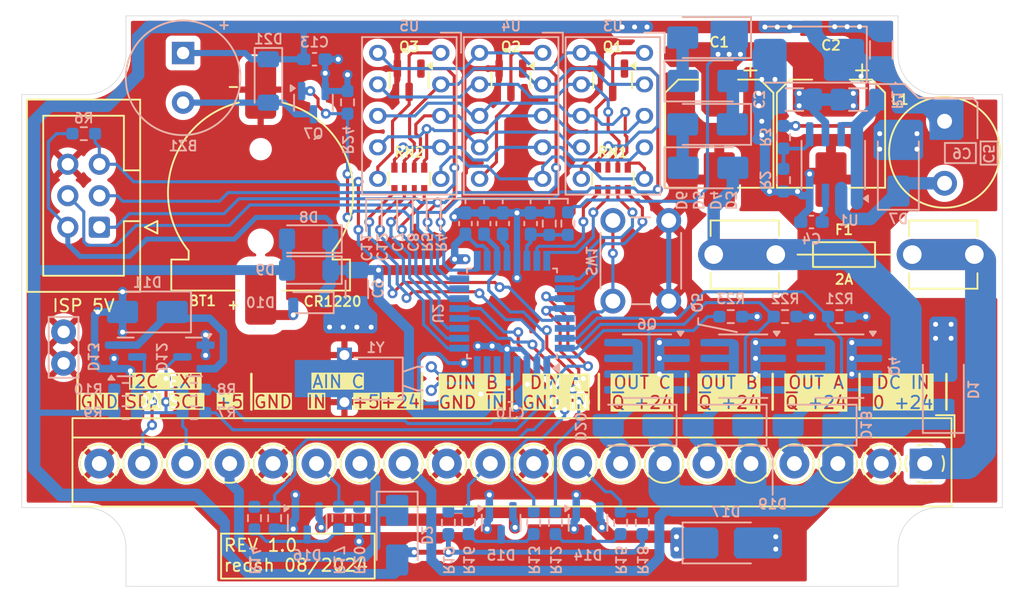
<source format=kicad_pcb>
(kicad_pcb (version 20240108) (generator "pcbnew") (generator_version "8.0")
  (title_block (title "RO controller") (rev "1.0") (company "redsh"))
  (layers (0 "F.Cu" signal) (31 "B.Cu" signal) (36 "B.SilkS" user "B.Silkscreen") (37 "F.SilkS" user "F.Silkscreen") (38 "B.Mask" user) (39 "F.Mask" user) (44 "Edge.Cuts" user))
  (net 0 "")
  (net 1 "+BATT")
  (net 2 "GND")
  (net 3 "+5.5V")
  (net 4 "Net-(BZ1--)")
  (net 5 "VDC")
  (net 6 "Net-(U1-TC)")
  (net 7 "Net-(U2-AREF)")
  (net 8 "/MCU_VCC")
  (net 9 "/IV_C")
  (net 10 "+24V")
  (net 11 "Net-(D2-K)")
  (net 12 "Net-(D3-A)")
  (net 13 "Net-(D4-A)")
  (net 14 "Net-(D5-A)")
  (net 15 "Net-(D11-A1)")
  (net 16 "/SDA_IO")
  (net 17 "/SCL_IO")
  (net 18 "Net-(D14-K-Pad3)")
  (net 19 "Net-(D15-K-Pad3)")
  (net 20 "Net-(D16-K-Pad3)")
  (net 21 "/~{OUT_A}")
  (net 22 "/~{OUT_B}")
  (net 23 "/~{OUT_C}")
  (net 24 "Net-(J1-Pin_1)")
  (net 25 "/IN_C")
  (net 26 "/~{IN_A}")
  (net 27 "/~{IN_B}")
  (net 28 "/SEL_1")
  (net 29 "/SEL_2")
  (net 30 "/SEL_0")
  (net 31 "Net-(J2-~{RST})")
  (net 32 "Net-(Q1-D)")
  (net 33 "Net-(Q2-D)")
  (net 34 "Net-(Q3-D)")
  (net 35 "/OE_A")
  (net 36 "/OE_B")
  (net 37 "/OE_C")
  (net 38 "/BUZZ")
  (net 39 "Net-(U1-DC)")
  (net 40 "/SDA")
  (net 41 "/SCL")
  (net 42 "/~{IV_A}")
  (net 43 "/~{IV_B}")
  (net 44 "/SEG_A")
  (net 45 "/SEG_C")
  (net 46 "Net-(RN1-R3.2)")
  (net 47 "/SEG_D")
  (net 48 "/SEG_B")
  (net 49 "Net-(RN1-R2.2)")
  (net 50 "Net-(RN1-R4.2)")
  (net 51 "Net-(RN1-R1.2)")
  (net 52 "/SEG_DP")
  (net 53 "/SEG_E")
  (net 54 "/SEG_F")
  (net 55 "/SEG_G")
  (net 56 "Net-(RN2-R3.2)")
  (net 57 "Net-(RN2-R4.2)")
  (net 58 "Net-(RN2-R2.2)")
  (net 59 "Net-(RN2-R1.2)")
  (net 60 "/~{BTN}")
  (net 61 "/OSC_1")
  (net 62 "/OSC_2")
  (net 63 "Net-(D14-A)")
  (net 64 "/VDC_SNS")
  (net 65 "/VSW")
  (net 66 "/VFB")
  (footprint "Connector_IDC:IDC-Header_2x03_P2.54mm_Vertical" (layer "F.Cu") (at 115.2525 99.045 180)
    (property "Reference" "J2" (hide yes))
    (property "Value" "BH-6")
  )
  (footprint "Package_TO_SOT_SMD:SOT-23" (layer "F.Cu") (at 156.6125 87.19 -90)
    (property "Reference" "Q1")
    (property "Value" "BSS138")
  )
  (footprint "Resistor_SMD:R_Array_Convex_4x0603" (layer "F.Cu") (at 156.6275 95.1425 90)
    (property "Reference" "RN1")
    (property "Value" "220")
  )
  (footprint "Inductor_THT:L_Radial_D8.7mm_P5.00mm_Fastron_07HCP" (layer "F.Cu") (at 183.35 90.5 -90)
    (property "Reference" "L1")
    (property "Value" "RLB0914-471KL")
  )
  (footprint "Resistor_SMD:R_Array_Convex_4x0603" (layer "F.Cu") (at 140.2275 95.1425 90)
    (property "Reference" "RN2")
    (property "Value" "220")
  )
  (footprint "Package_TO_SOT_SMD:SOT-23" (layer "F.Cu") (at 140.2125 87.19 -90)
    (property "Reference" "Q3")
    (property "Value" "BSS138")
  )
  (footprint "Package_TO_SOT_SMD:SOT-23" (layer "F.Cu") (at 148.4125 87.19 -90)
    (property "Reference" "Q2")
    (property "Value" "BSS138")
  )
  (footprint "redsh:Fuse_Clip_TE_520" (layer "F.Cu") (at 175.25 101.25)
    (property "Reference" "F1")
    (property "Value" "5X20 HOLDER")
  )
  (footprint "redsh:S8411-45R" (layer "F.Cu") (at 128.25 96.25)
    (property "Reference" "BT1")
    (property "Value" "S8411-45R")
  )
  (footprint "Capacitor_SMD:CP_Elec_8x10.5" (layer "F.Cu") (at 165.2 91.5 -90)
    (property "Reference" "C1")
    (property "Value" "100u 50V")
  )
  (footprint "redsh:TerminalBlock_4Ucon_1x20_P3.50mm_Horizontal" (layer "F.Cu") (at 181.75 118.1 180)
    (property "Reference" "J1" (hide yes))
    (property "Value" "DG350-3.5-02P-14-00AH *10")
  )
  (footprint "Capacitor_SMD:CP_Elec_8x10.5" (layer "F.Cu") (at 174.2 91.5 -90)
    (property "Reference" "C2")
    (property "Value" "100u 50V")
  )
  (footprint "Resistor_SMD:R_0603_1608Metric_Pad0.98x0.95mm_HandSolder" (layer "B.Cu") (at 157.25 122.875 90)
    (property "Reference" "R15")
    (property "Value" "1k")
  )
  (footprint "Resistor_SMD:R_0603_1608Metric_Pad0.98x0.95mm_HandSolder" (layer "B.Cu") (at 129.375 122.5 90)
    (property "Reference" "R11" (hide yes))
    (property "Value" "22k 1%")
  )
  (footprint "Resistor_SMD:R_0603_1608Metric_Pad0.98x0.95mm_HandSolder" (layer "B.Cu") (at 135.25 88.975 -90)
    (property "Reference" "R24")
    (property "Value" "100k")
  )
  (footprint "Package_TO_SOT_SMD:SOT-23" (layer "B.Cu") (at 132.5 89 -90)
    (property "Reference" "Q7")
    (property "Value" "BSS138")
  )
  (footprint "TestPoint:TestPoint_Bridge_Pitch2.54mm_Drill1.0mm" (layer "B.Cu") (at 112.375 107.48 -90)
    (property "Reference" "TP1" (hide yes))
    (property "Value" "TestPoint" (hide yes))
  )
  (footprint "Capacitor_SMD:C_0603_1608Metric_Pad1.08x0.95mm_HandSolder" (layer "B.Cu") (at 132.5875 85.5)
    (property "Reference" "C13")
    (property "Value" "100n")
  )
  (footprint "Diode_SMD:D_SMA" (layer "B.Cu") (at 165.5 115 180)
    (property "Reference" "D19")
    (property "Value" "S1M")
  )
  (footprint "Package_SO:SOIC-8_3.9x4.9mm_P1.27mm" (layer "B.Cu") (at 174.875 110.25 180)
    (property "Reference" "Q4")
    (property "Value" "YJS4438A")
  )
  (footprint "Resistor_SMD:R_0603_1608Metric_Pad0.98x0.95mm_HandSolder" (layer "B.Cu") (at 170.375 91.7875 90)
    (property "Reference" "R3")
    (property "Value" "5k1 1%")
  )
  (footprint "Resistor_SMD:R_1206_3216Metric_Pad1.30x1.75mm_HandSolder" (layer "B.Cu") (at 176.375 88.75)
    (property "Reference" "R1")
    (property "Value" "1Ω")
  )
  (footprint "Resistor_SMD:R_0603_1608Metric_Pad0.98x0.95mm_HandSolder" (layer "B.Cu") (at 122.875 114 180)
    (property "Reference" "R7")
    (property "Value" "22")
  )
  (footprint "Capacitor_SMD:C_1206_3216Metric_Pad1.33x1.80mm_HandSolder" (layer "B.Cu") (at 136 104.0625 -90)
    (property "Reference" "C9")
    (property "Value" "4u7")
  )
  (footprint "Resistor_SMD:R_0603_1608Metric_Pad0.98x0.95mm_HandSolder" (layer "B.Cu") (at 153 98.75 90)
    (property "Reference" "R4")
    (property "Value" "82k 1%")
  )
  (footprint "Resistor_SMD:R_0603_1608Metric_Pad0.98x0.95mm_HandSolder" (layer "B.Cu") (at 136.175 122.5 90)
    (property "Reference" "R20")
    (property "Value" "NC")
  )
  (footprint "Button_Switch_THT:SW_PUSH_6mm_H8mm" (layer "B.Cu") (at 161.1275 105 90)
    (property "Reference" "SW1")
    (property "Value" "TACT_6X6")
  )
  (footprint "Package_TO_SOT_SMD:SOT-23" (layer "B.Cu") (at 154.625 122.875 -90)
    (property "Reference" "D14")
    (property "Value" "BAV99")
  )
  (footprint "Capacitor_SMD:C_0603_1608Metric_Pad1.08x0.95mm_HandSolder" (layer "B.Cu") (at 147.75 98.75 90)
    (property "Reference" "C7")
    (property "Value" "1n")
  )
  (footprint "Diode_SMD:D_SMA" (layer "B.Cu") (at 158.25 115 180)
    (property "Reference" "D20")
    (property "Value" "S1M")
  )
  (footprint "Display_7Segment:HDSP-A151" (layer "B.Cu") (at 159.1675 84.9825 180)
    (property "Reference" "U3")
    (property "Value" "HDSP-7503")
  )
  (footprint "Package_TO_SOT_SMD:SOT-23" (layer "B.Cu") (at 132 122.875 -90)
    (property "Reference" "D16")
    (property "Value" "BAV99")
  )
  (footprint "MountingHole:MountingHole_3.2mm_M3" (layer "B.Cu") (at 121.25 125 180)
    (property "Reference" "H1" (hide yes))
    (property "Value" "M3" (hide yes))
  )
  (footprint "Diode_SMD:D_SMA" (layer "B.Cu") (at 119.125 105.875 180)
    (property "Reference" "D11")
    (property "Value" "SMAJ5.0A")
  )
  (footprint "Resistor_SMD:R_0603_1608Metric_Pad0.98x0.95mm_HandSolder" (layer "B.Cu") (at 170.5 106.25 180)
    (property "Reference" "R22")
    (property "Value" "100k")
  )
  (footprint "Diode_SMD:D_SMA" (layer "B.Cu") (at 179.625 94.125 90)
    (property "Reference" "D7")
    (property "Value" "SS14")
  )
  (footprint "Resistor_SMD:R_0603_1608Metric_Pad0.98x0.95mm_HandSolder" (layer "B.Cu") (at 174.875 106.25 180)
    (property "Reference" "R21")
    (property "Value" "100k")
  )
  (footprint "Diode_SMD:D_MiniMELF" (layer "B.Cu") (at 128.875 87.25 -90)
    (property "Reference" "D21")
    (property "Value" "LL4148")
  )
  (footprint "Diode_SMD:D_SMA" (layer "B.Cu") (at 139.25 123.875 -90)
    (property "Reference" "D2")
    (property "Value" "SS14")
  )
  (footprint "Package_TO_SOT_SMD:SOT-23" (layer "B.Cu") (at 122.875 109.5 180)
    (property "Reference" "D12")
    (property "Value" "BAV99")
  )
  (footprint "Display_7Segment:HDSP-A151" (layer "B.Cu") (at 142.7675 84.9825 180)
    (property "Reference" "U5")
    (property "Value" "HDSP-7503")
  )
  (footprint "Resistor_SMD:R_0603_1608Metric_Pad0.98x0.95mm_HandSolder" (layer "B.Cu") (at 134.55 122.5 90)
    (property "Reference" "R17")
    (property "Value" "10k 1%")
  )
  (footprint "Capacitor_SMD:C_0603_1608Metric_Pad1.08x0.95mm_HandSolder" (layer "B.Cu") (at 148.3625 112.625)
    (property "Reference" "C10")
    (property "Value" "100n")
  )
  (footprint "Package_SO:SOIC-8_3.9x4.9mm_P1.27mm" (layer "B.Cu") (at 167.125 110.25 180)
    (property "Reference" "Q5")
    (property "Value" "YJS4438A")
  )
  (footprint "Resistor_SMD:R_0603_1608Metric_Pad0.98x0.95mm_HandSolder" (layer "B.Cu") (at 127.75 122.5 -90)
    (property "Reference" "R14")
    (property "Value" "68k 1%")
  )
  (footprint "Resistor_SMD:R_0603_1608Metric_Pad0.98x0.95mm_HandSolder" (layer "B.Cu") (at 152 122.875 -90)
    (property "Reference" "R12")
    (property "Value" "47k")
  )
  (footprint "Crystal:Crystal_C38-LF_D3.0mm_L8.0mm_Horizontal_1EP_style2" (layer "B.Cu") (at 142 112.2 90)
    (property "Reference" "Y1")
    (property "Value" "SJK-6K8-32.768-6-20-30-C")
  )
  (footprint "Package_SO:SOIC-8_3.9x4.9mm_P1.27mm" (layer "B.Cu") (at 174.385 94.025 90)
    (property "Reference" "U1")
    (property "Value" "MC34063AD")
  )
  (footprint "Buzzer_Beeper:MagneticBuzzer_CUI_CST-931RP-A" (layer "B.Cu") (at 122 84.997139 180)
    (property "Reference" "BZ1")
    (property "Value" "HC0905A")
  )
  (footprint "Diode_SMD:D_SOD-323_HandSoldering" (layer "B.Cu") (at 132.125 105.125 180)
    (property "Reference" "D10")
    (property "Value" "BAT54J")
  )
  (footprint "Package_TO_SOT_SMD:SOT-23" (layer "B.Cu") (at 117.375 109.5)
    (property "Reference" "D13")
    (property "Value" "BAV99")
  )
  (footprint "Diode_SMD:D_SMA" (layer "B.Cu") (at 164.295 94.25)
    (property "Reference" "D6")
    (property "Value" "S1M")
  )
  (footprint "Resistor_SMD:R_0603_1608Metric_Pad0.98x0.95mm_HandSolder" (layer "B.Cu") (at 117.375 114 180)
    (property "Reference" "R9")
    (property "Value" "2k2")
  )
  (footprint "Diode_SMD:D_SMA" (layer "B.Cu") (at 172.75 115 180)
    (property "Reference" "D18")
    (property "Value" "S1M")
  )
  (footprint "Diode_SMD:D_SMA" (layer "B.Cu") (at 164.25 90.75 180)
    (property "Reference" "D5")
    (property "Value" "S1M")
  )
  (footprint "Capacitor_SMD:C_0603_1608Metric_Pad1.08x0.95mm_HandSolder" (layer "B.Cu") (at 172.625 98.625 180)
    (property "Reference" "C4")
    (property "Value" "220p")
  )
  (footprint "Resistor_SMD:R_0603_1608Metric_Pad0.98x0.95mm_HandSolder" (layer "B.Cu") (at 122.875 112.125 180)
    (property "Reference" "R8")
    (property "Value" "22")
  )
  (footprint "Resistor_SMD:R_0603_1608Metric_Pad0.98x0.95mm_HandSolder" (layer "B.Cu") (at 145 122.875 90)
    (property "Reference" "R16")
    (property "Value" "1k")
  )
  (footprint "MountingHole:MountingHole_3.2mm_M3" (layer "B.Cu") (at 175.75 125 180)
    (property "Reference" "H2" (hide yes))
    (property "Value" "M3" (hide yes))
  )
  (footprint "Resistor_SMD:R_0603_1608Metric_Pad0.98x0.95mm_HandSolder" (layer "B.Cu") (at 151.5 98.75 -90)
    (property "Reference" "R5")
    (property "Value" "1k8 1%")
  )
  (footprint "Resistor_SMD:R_0603_1608Metric_Pad0.98x0.95mm_HandSolder" (layer "B.Cu") (at 150.25 122.875 -90)
    (property "Reference" "R13")
    (property "Value" "47k")
  )
  (footprint "Package_QFP:TQFP-32_7x7mm_P0.8mm" (layer "B.Cu") (at 148.5 106 90)
    (property "Reference" "U2")
    (property "Value" "ATmega328P-AU")
  )
  (footprint "Resistor_SMD:R_0603_1608Metric_Pad0.98x0.95mm_HandSolder" (layer "B.Cu") (at 166.125 106.25 180)
    (property "Reference" "R23")
    (property "Value" "100k")
  )
  (footprint "Package_TO_SOT_SMD:SOT-23" (layer "B.Cu") (at 147.625 122.875 -90)
    (property "Reference" "D15")
    (property "Value" "BAV99")
  )
  (footprint "Capacitor_SMD:C_0603_1608Metric_Pad1.08x0.95mm_HandSolder" (layer "B.Cu") (at 146.25 98.75 90)
    (property "Reference" "C12")
    (property "Value" "1n")
  )
  (footprint "Display_7Segment:HDSP-A151" (layer "B.Cu") (at 150.9675 84.9825 180)
    (property "Reference" "U4")
    (property "Value" "HDSP-7503")
  )
  (footprint "Resistor_SMD:R_0603_1608Metric_Pad0.98x0.95mm_HandSolder" (layer "B.Cu") (at 159 122.875 -90)
    (property "Reference" "R18")
    (property "Value" "470")
  )
  (footprint "Capacitor_SMD:C_1206_3216Metric_Pad1.33x1.80mm_HandSolder" (layer "B.Cu") (at 178.25 84.75 90)
    (property "Reference" "C5")
    (property "Value" "4u7")
  )
  (footprint "Diode_SMD:D_SMA" (layer "B.Cu") (at 164.295 87.25)
    (property "Reference" "D4")
    (property "Value" "S1M")
  )
  (footprint "Diode_SMD:D_MiniMELF" (layer "B.Cu") (at 132.125 100 180)
    (property "Reference" "D8")
    (property "Value" "LL4148")
  )
  (footprint "Resistor_SMD:R_0603_1608Metric_Pad0.98x0.95mm_HandSolder" (layer "B.Cu") (at 114 91.5 180)
    (property "Reference" "R6")
    (property "Value" "10k")
  )
  (footprint "Capacitor_SMD:C_0603_1608Metric_Pad1.08x0.95mm_HandSolder" (layer "B.Cu") (at 144.75 98.75 90)
    (property "Reference" "C11")
    (property "Value" "100n")
  )
  (footprint "Resistor_SMD:R_0603_1608Metric_Pad0.98x0.95mm_HandSolder" (layer "B.Cu") (at 170.375 95.25 -90)
    (property "Reference" "R2")
    (property "Value" "1k5 1%")
  )
  (footprint "Diode_SMD:D_MiniMELF" (layer "B.Cu") (at 132.125 102.5 180)
    (property "Reference" "D9")
    (property "Value" "LL4148")
  )
  (footprint "Diode_SMD:D_SMA" (layer "B.Cu") (at 183.25 112.125 90)
    (property "Reference" "D1")
    (property "Value" "SMAJ36A")
  )
  (footprint "Capacitor_Tantalum_SMD:CP_EIA-7343-31_Kemet-D_Pad2.25x2.55mm_HandSolder" (layer "B.Cu") (at 172.5 85.125 180)
    (property "Reference" "C6")
    (property "Value" "47u 16V")
  )
  (footprint "Capacitor_SMD:C_0603_1608Metric_Pad1.08x0.95mm_HandSolder" (layer "B.Cu") (at 150 98.75 90)
    (property "Reference" "C8")
    (property "Value" "1n")
  )
  (footprint "Capacitor_SMD:C_1206_3216Metric_Pad1.33x1.80mm_HandSolder" (layer "B.Cu") (at 171.25 88.75 180)
    (property "Reference" "C3")
    (property "Value" "1u")
  )
  (footprint "Diode_SMD:D_SMA" (layer "B.Cu") (at 164.25 83.75 180)
    (property "Reference" "D3")
    (property "Value" "S1M")
  )
  (footprint "Package_SO:SOIC-8_3.9x4.9mm_P1.27mm" (layer "B.Cu") (at 159.375 110.25 180)
    (property "Reference" "Q6")
    (property "Value" "YJS4438A")
  )
  (footprint "Diode_SMD:D_SMA" (layer "B.Cu") (at 165.75 124.5)
    (property "Reference" "D17")
    (property "Value" "SMAJ5.0A")
  )
  (footprint "Resistor_SMD:R_0603_1608Metric_Pad0.98x0.95mm_HandSolder" (layer "B.Cu") (at 143.375 122.875 -90)
    (property "Reference" "R19")
    (property "Value" "470")
  )
  (footprint "Resistor_SMD:R_0603_1608Metric_Pad0.98x0.95mm_HandSolder" (layer "B.Cu") (at 117.375 112.125 180)
    (property "Reference" "R10")
    (property "Value" "2k2")
  )
  (gr_line (start 181.25 88.625) (end 180.125 87.5) (stroke (width 0.15)) (layer "B.SilkS"))
  (gr_line (start 146.25 97.125) (end 146.25 96.75) (stroke (width 0.15)) (layer "B.SilkS"))
  (gr_line (start 144.75 97.125) (end 144.75 96.75) (stroke (width 0.15)) (layer "B.SilkS"))
  (gr_line (start 169.5 117.625) (end 169.125 116.875) (stroke (width 0.15)) (layer "B.SilkS"))
  (gr_line (start 163.5 106.875) (end 166.625 107.5) (stroke (width 0.15)) (layer "B.SilkS"))
  (gr_line (start 177.375 87.5) (end 177.25 87.375) (stroke (width 0.15)) (layer "B.SilkS"))
  (gr_line (start 163.5 106.375) (end 163.5 106.875) (stroke (width 0.15)) (layer "B.SilkS"))
  (gr_line (start 179.5 87.5) (end 179.375 87.375) (stroke (width 0.15)) (layer "B.SilkS"))
  (gr_line (start 186 91.875) (end 186 89) (stroke (width 0.15)) (layer "B.SilkS"))
  (gr_line (start 150 97.125) (end 150 96.75) (stroke (width 0.15)) (layer "B.SilkS"))
  (gr_line (start 138 96.75) (end 138 99.25) (stroke (width 0.15)) (layer "B.SilkS"))
  (gr_line (start 180.125 87.5) (end 177.375 87.5) (stroke (width 0.15)) (layer "B.SilkS"))
  (gr_line (start 142.75 96.75) (end 142.75 99.25) (stroke (width 0.15)) (layer "B.SilkS"))
  (gr_line (start 136.75 96.75) (end 136.75 99.375) (stroke (width 0.15)) (layer "B.SilkS"))
  (gr_line (start 140.5 96.75) (end 140.5 99.25) (stroke (width 0.15)) (layer "B.SilkS"))
  (gr_line (start 139.25 96.75) (end 139.25 99.25) (stroke (width 0.15)) (layer "B.SilkS"))
  (gr_line (start 151.5 97.125) (end 151.5 96.75) (stroke (width 0.15)) (layer "B.SilkS"))
  (gr_line (start 185.625 88.625) (end 181.25 88.625) (stroke (width 0.15)) (layer "B.SilkS"))
  (gr_rect (start 183.375 92.25) (end 185.875 93.875) (stroke (width 0.15)) (fill none) (layer "B.SilkS"))
  (gr_line (start 141.625 96.75) (end 141.625 99.25) (stroke (width 0.15)) (layer "B.SilkS"))
  (gr_line (start 153 97.125) (end 153 96.75) (stroke (width 0.15)) (layer "B.SilkS"))
  (gr_line (start 186 89) (end 185.625 88.625) (stroke (width 0.15)) (layer "B.SilkS"))
  (gr_line (start 169.5 120.625) (end 169.5 117.625) (stroke (width 0.15)) (layer "B.SilkS"))
  (gr_line (start 147.75 97.125) (end 147.75 96.75) (stroke (width 0.15)) (layer "B.SilkS"))
  (gr_rect (start 186.25 92.125) (end 187.625 94) (stroke (width 0.15)) (fill none) (layer "B.SilkS"))
  (gr_line (start 153 96.75) (end 136.75 96.75) (stroke (width 0.15)) (layer "B.SilkS"))
  (gr_line (start 127.5 113.75) (end 127.5 110.875) (stroke (width 0.2)) (layer "F.SilkS"))
  (gr_line (start 169.5 113.75) (end 169.5 110.875) (stroke (width 0.2)) (layer "F.SilkS"))
  (gr_line (start 176.5 113.75) (end 176.5 110.875) (stroke (width 0.2)) (layer "F.SilkS"))
  (gr_line (start 162.5 113.75) (end 162.5 110.875) (stroke (width 0.2)) (layer "F.SilkS"))
  (gr_line (start 155.5 113.75) (end 155.5 110.875) (stroke (width 0.2)) (layer "F.SilkS"))
  (gr_rect (start 125.0625 123.75) (end 137.4375 127.375) (stroke (width 0.15)) (fill none) (layer "F.SilkS"))
  (gr_line (start 141.25 113.6875) (end 141.25 110.8125) (stroke (width 0.2)) (layer "F.SilkS"))
  (gr_line (start 113.5 113.75) (end 113.5 110.875) (stroke (width 0.2)) (layer "F.SilkS"))
  (gr_line (start 148.5 113.75) (end 148.5 110.875) (stroke (width 0.2)) (layer "F.SilkS"))
  (gr_line (start 183.5 113.75) (end 183.5 110.875) (stroke (width 0.2)) (layer "F.SilkS"))
  (gr_line (start 179.6 124.9) (end 179.6 128) (stroke (width 0.05)) (layer "Edge.Cuts"))
  (gr_line (start 114.15 88.35) (end 109 88.35) (stroke (width 0.05)) (layer "Edge.Cuts"))
  (gr_line (start 182.85 88.35) (end 188 88.35) (stroke (width 0.05)) (layer "Edge.Cuts"))
  (gr_line (start 114.15 121.65) (end 109 121.65) (stroke (width 0.05)) (layer "Edge.Cuts"))
  (gr_line (start 179.6 85.1) (end 179.6 82) (stroke (width 0.05)) (layer "Edge.Cuts"))
  (gr_line (start 188 88.35) (end 188 121.65) (stroke (width 0.05)) (layer "Edge.Cuts"))
  (gr_line (start 109 88.35) (end 109 121.65) (stroke (width 0.05)) (layer "Edge.Cuts"))
  (gr_line (start 117.4 85.1) (end 117.4 82) (stroke (width 0.05)) (layer "Edge.Cuts"))
  (gr_arc (start 117.4 85.1) (mid 116.448097 87.398097) (end 114.15 88.35) (stroke (width 0.05)) (layer "Edge.Cuts"))
  (gr_line (start 117.4 124.9) (end 117.4 128) (stroke (width 0.05)) (layer "Edge.Cuts"))
  (gr_line (start 179.6 128) (end 117.4 128) (stroke (width 0.05)) (layer "Edge.Cuts"))
  (gr_line (start 117.4 82) (end 179.6 82) (stroke (width 0.05)) (layer "Edge.Cuts"))
  (gr_arc (start 182.85 88.35) (mid 180.551903 87.398097) (end 179.6 85.1) (stroke (width 0.05)) (layer "Edge.Cuts"))
  (gr_arc (start 114.15 121.65) (mid 116.448097 122.601903) (end 117.4 124.9) (stroke (width 0.05)) (layer "Edge.Cuts"))
  (gr_arc (start 179.6 124.9) (mid 180.551903 122.601903) (end 182.85 121.65) (stroke (width 0.05)) (layer "Edge.Cuts"))
  (gr_line (start 182.85 121.65) (end 188 121.65) (stroke (width 0.05)) (layer "Edge.Cuts"))
  (gr_text "GND" (at 129.25 113.125 0) (layer "F.SilkS" knockout) (effects (font (size 1 1) (thickness 0.15) (bold yes))))
  (gr_text "SDA" (at 118.75 113.125 0) (layer "F.SilkS" knockout) (effects (font (size 1 1) (thickness 0.15) (bold yes))))
  (gr_text "GND" (at 115.25 113.125 0) (layer "F.SilkS" knockout) (effects (font (size 1 1) (thickness 0.15) (bold yes))))
  (gr_text "REV ${REVISION}\nredsh 08/2024" (at 125.1875 125.5 0) (layer "F.SilkS") (effects (font (size 1 1)) (justify left)))
  (gr_text "+5" (at 136.75 113.125 0) (layer "F.SilkS" knockout) (effects (font (size 1 1) (thickness 0.15) (bold yes))))
  (gr_text "DIN A\nGND ~{IN}" (at 152 112.375 0) (layer "F.SilkS" knockout) (effects (font (size 1 1) (thickness 0.15) (bold yes))))
  (gr_text "DIN B\nGND ~{IN}" (at 145.25 112.375 0) (layer "F.SilkS" knockout) (effects (font (size 1 1) (thickness 0.15) (bold yes))))
  (gr_text "+24" (at 139.5 113.125 0) (layer "F.SilkS" knockout) (effects (font (size 1 1) (thickness 0.15) (bold yes))))
  (gr_text "SCL" (at 122.25 113.125 0) (layer "F.SilkS" knockout) (effects (font (size 1 1) (thickness 0.15) (bold yes))))
  (gr_text "AIN C" (at 134.5 111.5 0) (layer "F.SilkS" knockout) (effects (font (size 1 1) (thickness 0.15) (bold yes))))
  (gr_text "OUT A\n~{Q} +24" (at 173 112.375 0) (layer "F.SilkS" knockout) (effects (font (size 1 1) (thickness 0.15) (bold yes))))
  (gr_text "IN" (at 132.75 113.125 0) (layer "F.SilkS" knockout) (effects (font (size 1 1) (thickness 0.15) (bold yes))))
  (gr_text "OUT B\n~{Q} +24" (at 166 112.375 0) (layer "F.SilkS" knockout) (effects (font (size 1 1) (thickness 0.15) (bold yes))))
  (gr_text "DC IN\n0 +24" (at 180 112.375 0) (layer "F.SilkS" knockout) (effects (font (size 1 1) (thickness 0.15) (bold yes))))
  (gr_text "+5" (at 125.75 113.125 0) (layer "F.SilkS" knockout) (effects (font (size 1 1) (thickness 0.15) (bold yes))))
  (gr_text "I2C EXT" (at 120.5 111.5 0) (layer "F.SilkS" knockout) (effects (font (size 1 1) (thickness 0.15) (bold yes))))
  (gr_text "OUT C\n~{Q} +24" (at 159 112.375 0) (layer "F.SilkS" knockout) (effects (font (size 1 1) (thickness 0.15) (bold yes))))
  (segment (start 130.875 106.125) (end 128.25 106.125) (width 0.8) (layer "F.Cu") (net 1))
  (via (at 130.875 106.125) (size 0.8) (drill 0.4) (layers "F.Cu" "B.Cu") (net 1))
  (segment (start 130.875 105.125) (end 130.875 106.125) (width 0.8) (layer "B.Cu") (net 1))
  (segment (start 145.3725 86.2525) (end 144.625 87) (width 0.4) (layer "F.Cu") (net 2))
  (segment (start 152.95 93.625) (end 152.825 93.5) (width 0.4) (layer "F.Cu") (net 2))
  (segment (start 144.625 97.425) (end 143.85 98.2) (width 0.4) (layer "F.Cu") (net 2))
  (segment (start 152.95 94.675) (end 152.95 93.625) (width 0.4) (layer "F.Cu") (net 2))
  (segment (start 152.825 93.5) (end 152.825 87) (width 0.4) (layer "F.Cu") (net 2))
  (segment (start 172.48 94.75) (end 173.75 94.75) (width 1) (layer "F.Cu") (net 2))
  (segment (start 144.625 87) (end 144.625 93.5) (width 0.4) (layer "F.Cu") (net 2))
  (segment (start 152.825 87) (end 153.5725 86.2525) (width 0.4) (layer "F.Cu") (net 2))
  (segment (start 152.527499 95.097501) (end 152.95 94.675) (width 0.4) (layer "F.Cu") (net 2))
  (segment (start 150.4875 97.8875) (end 152.527499 95.847501) (width 0.4) (layer "F.Cu") (net 2))
  (segment (start 144.75 93.625) (end 144.75 94.625) (width 0.4) (layer "F.Cu") (net 2))
  (segment (start 152.527499 95.847501) (end 152.527499 95.097501) (width 0.4) (layer "F.Cu") (net 2))
  (segment (start 144.625 94.75) (end 144.625 97.425) (width 0.4) (layer "F.Cu") (net 2))
  (segment (start 147.4625 86.2525) (end 145.3725 86.2525) (width 0.4) (layer "F.Cu") (net 2))
  (segment (start 144.625 93.5) (end 144.75 93.625) (width 0.4) (layer "F.Cu") (net 2))
  (segment (start 153.5725 86.2525) (end 155.6625 86.2525) (width 0.4) (layer "F.Cu") (net 2))
  (segment (start 148.9 97.8875) (end 150.4875 97.8875) (width 0.4) (layer "F.Cu") (net 2))
  (segment (start 144.75 94.625) (end 144.625 94.75) (width 0.4) (layer "F.Cu") (net 2))
  (via (at 181.125 92.75) (size 0.8) (drill 0.4) (layers "F.Cu" "B.Cu") (net 2))
  (via (at 172.625 106.25) (size 0.8) (drill 0.4) (layers "F.Cu" "B.Cu") (net 2))
  (via (at 144.625 110) (size 0.8) (drill 0.4) (layers "F.Cu" "B.Cu") (net 2))
  (via (at 148.1 108.875) (size 0.8) (drill 0.4) (layers "F.Cu" "B.Cu") (net 2))
  (via (at 148.9 103.125) (size 0.8) (drill 0.4) (layers "F.Cu" "B.Cu") (net 2))
  (via (at 130.875 123.375) (size 0.8) (drill 0.4) (layers "F.Cu" "B.Cu") (net 2))
  (via (at 160.375 108.345) (size 0.8) (drill 0.4) (layers "F.Cu" "B.Cu") (net 2))
  (via (at 117.75 110.625) (size 0.8) (drill 0.4) (layers "F.Cu" "B.Cu") (net 2))
  (via (at 137.15 107.1) (size 0.8) (drill 0.4) (layers "F.Cu" "B.Cu") (net 2))
  (via (at 169.6875 87.125) (size 0.8) (drill 0.4) (layers "F.Cu" "B.Cu") (net 2))
  (via (at 178.125 91.5) (size 0.8) (drill 0.4) (layers "F.Cu" "B.Cu") (net 2))
  (via (at 175.5 82.875) (size 0.8) (drill 0.4) (layers "F.Cu" "B.Cu") (net 2))
  (via (at 123.8125 109.375) (size 0.8) (drill 0.4) (layers "F.Cu" "B.Cu") (net 2))
  (via (at 146 112.5) (size 0.8) (drill 0.4) (layers "F.Cu" "B.Cu") (net 2))
  (via (at 168.375 89.25) (size 0.8) (drill 0.4) (layers "F.Cu" "B.Cu") (net 2))
  (via (at 153.675 120.625) (size 0.8) (drill 0.4) (layers "F.Cu" "B.Cu") (net 2))
  (via (at 136.175 124.375) (size 0.8) (drill 0.4) (layers "F.Cu" "B.Cu") (net 2))
  (via (at 116.4375 109.625) (size 0.8) (drill 0.4) (layers "F.Cu" "B.Cu") (net 2))
  (via (at 169.25 96.1625) (size 0.8) (drill 0.4) (layers "F.Cu" "B.Cu") (net 2))
  (via (at 172.48 94.75) (size 0.8) (drill 0.4) (layers "F.Cu" "B.Cu") (net 2))
  (via (at 117.125 104.25) (size 0.8) (drill 0.4) (layers "F.Cu" "B.Cu") (net 2))
  (via (at 134.9 107.1) (size 0.8) (drill 0.4) (layers "F.Cu" "B.Cu") (net 2))
  (via (at 176.5 82.875) (size 0.8) (drill 0.4) (layers "F.Cu" "B.Cu") (net 2))
  (via (at 117.125 107.5) (size 0.8) (drill 0.4) (layers "F.Cu" "B.Cu") (net 2))
  (via (at 123.8125 107.725) (size 0.8) (drill 0.4) (layers "F.Cu" "B.Cu") (net 2))
  (via (at 168.125 109.615) (size 0.8) (drill 0.4) (layers "F.Cu" "B.Cu") (net 2))
  (via (at 183.875 106.875) (size 0.8) (drill 0.4) (layers "F.Cu" "B.Cu") (net 2))
  (via (at 168.625 91.625) (size 0.8) (drill 0.4) (layers "F.Cu" "B.Cu") (net 2))
  (via (at 168.125 110.885) (size 0.8) (drill 0.4) (layers "F.Cu" "B.Cu") (net 2))
  (via (at 168.375 88.25) (size 0.8) (drill 0.4) (layers "F.Cu" "B.Cu") (net 2))
  (via (at 168.625 90.5) (size 0.8) (drill 0.4) (layers "F.Cu" "B.Cu") (net 2))
  (via (at 178.125 92.75) (size 0.8) (drill 0.4) (layers "F.Cu" "B.Cu") (net 2))
  (via (at 183.875 108) (size 0.8) (drill 0.4) (layers "F.Cu" "B.Cu") (net 2))
  (via (at 148.8 113.55) (size 0.8) (drill 0.4) (layers "F.Cu" "B.Cu") (net 2))
  (via (at 181.125 91.5) (size 0.8) (drill 0.4) (layers "F.Cu" "B.Cu") (net 2))
  (via (at 148.9 97.8875) (size 0.8) (drill 0.4) (layers "F.Cu" "B.Cu") (net 2))
  (via (at 133.8 107.1) (size 0.8) (drill 0.4) (layers "F.Cu" "B.Cu") (net 2))
  (via (at 182.625 106.875) (size 0.8) (drill 0.4) (layers "F.Cu" "B.Cu") (net 2))
  (via (at 171.5 96.1625) (size 0.8) (drill 0.4) (layers "F.Cu" "B.Cu") (net 2))
  (via (at 168.25 106.25) (size 0.8) (drill 0.4) (layers "F.Cu" "B.Cu") (net 2))
  (via (at 146.675 120.625) (size 0.8) (drill 0.4) (layers "F.Cu" "B.Cu") (net 2))
  (via (at 182.625 108) (size 0.8) (drill 0.4) (layers "F.Cu" "B.Cu") (net 2))
  (via (at 175.875 109.615) (size 0.8) (drill 0.4) (layers "F.Cu" "B.Cu") (net 2))
  (via (at 115.125 105.875) (size 0.8) (drill 0.4) (layers "F.Cu" "B.Cu") (net 2))
  (via (at 160.375 109.615) (size 0.8) (drill 0.4) (layers "F.Cu" "B.Cu") (net 2))
  (via (at 146.5 123.375) (size 0.8) (drill 0.4) (layers "F.Cu" "B.Cu") (net 2))
  (via (at 168.625 87.125) (size 0.8) (drill 0.4) (layers "F.Cu" "B.Cu") (net 2))
  (via (at 168.125 108.345) (size 0.8) (drill 0.4) (layers "F.Cu" "B.Cu") (net 2))
  (via (at 169.75 125) (size 0.8) (drill 0.4) (layers "F.Cu" "B.Cu") (net 2))
  (via (at 177 106.25) (size 0.8) (drill 0.4) (layers "F.Cu" "B.Cu") (net 2))
  (via (at 145.75 108.625) (size 0.8) (drill 0.4) (layers "F.Cu" "B.Cu") (net 2))
  (via (at 175.875 108.345) (size 0.8) (drill 0.4) (layers "F.Cu" "B.Cu") (net 2))
  (via (at 149.75 111.7) (size 0.8) (drill 0.4) (layers "F.Cu" "B.Cu") (net 2))
  (via (at 135.25 86.75) (size 0.8) (drill 0.4) (layers "F.Cu" "B.Cu") (net 2))
  (via (at 133.45 86.625) (size 0.8) (drill 0.4) (layers "F.Cu" "B.Cu") (net 2))
  (via (at 131.05 120.625) (size 0.8) (drill 0.4) (layers "F.Cu" "B.Cu") (net 2))
  (via (at 169.75 124) (size 0.8) (drill 0.4) (layers "F.Cu" "B.Cu") (net 2))
  (via (at 175.875 110.885) (size 0.8) (drill 0.4) (layers "F.Cu" "B.Cu") (net 2))
  (via (at 134.5 85.5) (size 0.8) (drill 0.4) (layers "F.Cu" "B.Cu") (net 2))
  (via (at 153.5 123.375) (size 0.8) (drill 0.4) (layers "F.Cu" "B.Cu") (net 2))
  (via (at 136 107.1) (size 0.8) (drill 0.4) (layers "F.Cu" "B.Cu") (net 2))
  (via (at 160.375 110.885) (size 0.8) (drill 0.4) (layers "F.Cu" "B.Cu") (net 2))
  (via (at 146.9 108.625) (size 0.8) (drill 0.4) (layers "F.Cu" "B.Cu") (net 2))
  (via (at 143.85 98.2) (size 0.8) (drill 0.4) (layers "F.Cu" "B.Cu") (net 2))
  (via (at 174.5 82.875) (size 0.8) (drill 0.4) (layers "F.Cu" "B.Cu") (net 2))
  (segment (start 149.75 111.7) (end 149.7 111.65) (width 0.5) (layer "B.Cu") (net 2))
  (segment (start 153.5 123.375) (end 153.5 122.75) (width 0.6) (layer "B.Cu") (net 2))
  (segment (start 123.8125 109.375) (end 123.8125 108.55) (width 0.6) (layer "B.Cu") (net 2))
  (segment (start 168.875 95.7875) (end 168.875 91.875) (width 0.8) (layer "B.Cu") (net 2))
  (segment (start 175.875 110.885) (end 177.35 110.885) (width 0.6) (layer "B.Cu") (net 2))
  (segment (start 134.5 85.5) (end 133.3625 85.5) (width 0.5) (layer "B.Cu") (net 2))
  (segment (start 167.0375 106.25) (end 168.25 106.25) (width 0.5) (layer "B.Cu") (net 2))
  (segment (start 146.5 123.375) (end 146.5 122.75) (width 0.6) (layer "B.Cu") (net 2))
  (segment (start 160.375 109.615) (end 160.375 108.345) (width 0.8) (layer "B.Cu") (net 2))
  (segment (start 146.675 122.575) (end 146.675 121.9375) (width 0.6) (layer "B.Cu") (net 2))
  (segment (start 160.375 109.615) (end 161.85 109.615) (width 0.6) (layer "B.Cu") (net 2))
  (segment (start 148.9 103.125) (end 148.9 101.75) (width 0.5) (layer "B.Cu") (net 2))
  (segment (start 168.125 110.885) (end 168.125 109.615) (width 0.8) (layer "B.Cu") (net 2))
  (segment (start 123.8125 107.725) (end 123.8125 108.55) (width 0.6) (layer "B.Cu") (net 2))
  (segment (start 149.7 109.3) (end 149.275 108.875) (width 0.4) (layer "B.Cu") (net 2))
  (segment (start 153.675 120.625) (end 153.675 121.9375) (width 0.6) (layer "B.Cu") (net 2))
  (segment (start 115.325 110.45) (end 114.875 110) (width 0.6) (layer "B.Cu") (net 2))
  (segment (start 149.7 111.65) (end 149.7 110.25) (width 0.5) (layer "B.Cu") (net 2))
  (segment (start 153.675 122.575) (end 153.675 121.9375) (width 0.6) (layer "B.Cu") (net 2))
  (segment (start 129.375 123.4125) (end 130.8375 123.4125) (width 0.8) (layer "B.Cu") (net 2))
  (segment (start 141 109.625) (end 141 112.875) (width 0.3) (layer "B.Cu") (net 2))
  (segment (start 169.25 96.1625) (end 168.875 95.7875) (width 0.8) (layer "B.Cu") (net 2))
  (segment (start 148.9 97.8875) (end 147.75 97.8875) (width 0.6) (layer "B.Cu") (net 2))
  (segment (start 117.575 110.45) (end 116.4375 110.45) (width 0.6) (layer "B.Cu") (net 2))
  (segment (start 168.125 109.615) (end 169.6 109.615) (width 0.6) (layer "B.Cu") (net 2))
  (segment (start 169.25 96.1625) (end 170.375 96.1625) (width 0.6) (layer "B.Cu") (net 2))
  (segment (start 147.625 108.875) (end 148.1 108.875) (width 0.5) (layer "B.Cu") (net 2))
  (segment (start 149.7 110.25) (end 149.7 109.3) (width 0.4) (layer "B.Cu") (net 2))
  (segment (start 175.875 110.885) (end 175.875 109.615) (width 0.8) (layer "B.Cu") (net 2))
  (segment (start 144.625 110) (end 143.375 110) (width 0.3) (layer "B.Cu") (net 2))
  (segment (start 175.875 109.615) (end 175.875 108.345) (width 0.8) (layer "B.Cu") (net 2))
  (segment (start 146.25 97.8875) (end 144.75 97.8875) (width 0.6) (layer "B.Cu") (net 2))
  (segment (start 149.275 108.875) (end 148.1 108.875) (width 0.4) (layer "B.Cu") (net 2))
  (segment (start 135.25 88.0625) (end 135.25 86.75) (width 0.5) (layer "B.Cu") (net 2))
  (segment (start 131.05 122.575) (end 131.05 121.9375) (width 0.6) (layer "B.Cu") (net 2))
  (segment (start 160.375 110.885) (end 160.375 109.615) (width 0.8) (layer "B.Cu") (net 2))
  (segment (start 149.1125 112.3375) (end 149.75 111.7) (width 0.6) (layer "B.Cu") (net 2))
  (segment (start 149.1125 113.2375) (end 149.1125 112.3375) (width 0.6) (layer "B.Cu") (net 2))
  (segment (start 175.875 109.615) (end 177.35 109.615) (width 0.6) (layer "B.Cu") (net 2))
  (segment (start 130.875 122.75) (end 131.05 122.575) (width 0.6) (layer "B.Cu") (net 2))
  (segment (start 160.375 108.345) (end 161.85 108.345) (width 0.6) (layer "B.Cu") (net 2))
  (segment (start 161.1275 105) (end 161.1275 98.5) (width 0.4) (layer "B.Cu") (net 2))
  (segment (start 146.875 108.625) (end 147.375 108.625) (width 0.5) (layer "B.Cu") (net 2))
  (segment (start 133.45 88.0625) (end 135.25 88.0625) (width 0.5) (layer "B.Cu") (net 2))
  (segment (start 143.375 110) (end 142.625 109.25) (width 0.3) (layer "B.Cu") (net 2))
  (segment (start 141.375 109.25) (end 141 109.625) (width 0.3) (layer "B.Cu") (net 2))
  (segment (start 153.5 122.75) (end 153.675 122.575) (width 0.6) (layer "B.Cu") (net 2))
  (segment (start 133.45 85.5) (end 133.45 86.625) (width 0.5) (layer "B.Cu") (net 2))
  (segment (start 117.75 110.625) (end 117.575 110.45) (width 0.6) (layer "B.Cu") (net 2))
  (segment (start 168.125 110.885) (end 169.6 110.885) (width 0.6) (layer "B.Cu") (net 2))
  (segment (start 171.8375 96.5) (end 172.48 96.5) (width 0.6) (layer "B.Cu") (net 2))
  (segment (start 168.125 109.615) (end 168.125 108.345) (width 0.8) (layer "B.Cu") (net 2))
  (segment (start 117.125 107.5) (end 117.125 105.875) (width 0.6) (layer "B.Cu") (net 2))
  (segment (start 144.1625 97.8875) (end 144.75 97.8875) (width 0.8) (layer "B.Cu") (net 2))
  (segment (start 171.5 96.1625) (end 171.8375 96.5) (width 0.6) (layer "B.Cu") (net 2))
  (segment (start 142.625 113.25) (end 143.375 112.5) (width 0.3) (layer "B.Cu") (net 2))
  (segment (start 148.9 97.8875) (end 148.9 101.75) (width 0.5) (layer "B.Cu") (net 2))
  (segment (start 130.875 123.375) (end 130.875 122.75) (width 0.6) (layer "B.Cu") (net 2))
  (segment (start 148.1 108.875) (end 148.1 110.25) (width 0.5) (layer "B.Cu") (net 2))
  (segment (start 175.875 108.345) (end 177.35 108.345) (width 0.6) (layer "B.Cu") (net 2))
  (segment (start 146.5 122.75) (end 146.675 122.575) (width 0.6) (layer "B.Cu") (net 2))
  (segment (start 147.75 97.8875) (end 146.25 97.8875) (width 0.6) (layer "B.Cu") (net 2))
  (segment (start 172.48 96.5) (end 172.48 97.52) (width 0.6) (layer "B.Cu") (net 2))
  (segment (start 160.375 110.885) (end 161.85 110.885) (width 0.6) (layer "B.Cu") (net 2))
  (segment (start 147.375 108.625) (end 147.625 108.875) (width 0.5) (layer "B.Cu") (net 2))
  (segment (start 117.125 104.25) (end 117.125 105.875) (width 0.6) (layer "B.Cu") (net 2))
  (segment (start 133.45 86.625) (end 133.45 88.0625) (width 0.5) (layer "B.Cu") (net 2))
  (segment (start 114.875 106.125) (end 115.125 105.875) (width 0.6) (layer "B.Cu") (net 2))
  (segment (start 171.4125 106.25) (end 172.625 106.25) (width 0.5) (layer "B.Cu") (net 2))
  (segment (start 141.375 113.25) (end 142.625 113.25) (width 0.3) (layer "B.Cu") (net 2))
  (segment (start 172.48 97.52) (end 171.7625 98.2375) (width 0.6) (layer "B.Cu") (net 2))
  (segment (start 146.675 120.625) (end 146.675 121.9375) (width 0.6) (layer "B.Cu") (net 2))
  (segment (start 115.125 105.875) (end 117.125 105.875) (width 0.6) (layer "B.Cu") (net 2))
  (segment (start 116.4375 110.45) (end 115.325 110.45) (width 0.6) (layer "B.Cu") (net 2))
  (segment (start 114.875 110) (end 114.875 106.125) (width 0.6) (layer "B.Cu") (net 2))
  (segment (start 141 112.875) (end 141.375 113.25) (width 0.3) (layer "B.Cu") (net 2))
  (segment (start 136.175 124.375) (end 136.175 123.4125) (width 0.5) (layer "B.Cu") (net 2))
  (segment (start 143.375 112.5) (end 146 112.5) (width 0.3) (layer "B.Cu") (net 2))
  (segment (start 142.625 109.25) (end 141.375 109.25) (width 0.3) (layer "B.Cu") (net 2))
  (segment (start 175.7875 106.25) (end 177 106.25) (width 0.5) (layer "B.Cu") (net 2))
  (segment (start 116.4375 109.625) (end 116.4375 110.45) (width 0.6) (layer "B.Cu") (net 2))
  (segment (start 171.7625 98.2375) (end 171.7625 98.625) (width 0.6) (layer "B.Cu") (net 2))
  (segment (start 168.875 91.875) (end 168.625 91.625) (width 0.8) (layer "B.Cu") (net 2))
  (segment (start 131.05 120.625) (end 131.05 121.9375) (width 0.6) (layer "B.Cu") (net 2))
  (segment (start 145.75 108.625) (end 146.875 108.625) (width 0.5) (layer "B.Cu") (net 2))
  (segment (start 148.8 113.55) (end 149.1125 113.2375) (width 0.6) (layer "B.Cu") (net 2))
  (segment (start 130.8375 123.4125) (end 130.875 123.375) (width 0.8) (layer "B.Cu") (net 2))
  (segment (start 172.48 94.75) (end 172.48 96.5) (width 0.6) (layer "B.Cu") (net 2))
  (segment (start 148.9 97.8875) (end 150 97.8875) (width 0.6) (layer "B.Cu") (net 2))
  (segment (start 150 97.8875) (end 151.45 97.8875) (width 0.6) (layer "B.Cu") (net 2))
  (segment (start 171.5 96.1625) (end 170.375 96.1625) (width 0.6) (layer "B.Cu") (net 2))
  (segment (start 143.85 98.2) (end 144.1625 97.8875) (width 0.8) (layer "B.Cu") (net 2))
  (segment (start 168.125 108.345) (end 169.6 108.345) (width 0.6) (layer "B.Cu") (net 2))
  (segment (start 177.125 90.125) (end 176.375 90.875) (width 0.3) (layer "F.Cu") (net 3))
  (segment (start 177.125 87.375) (end 177.125 90.125) (width 0.3) (layer "F.Cu") (net 3))
  (segment (start 170.875 82.9) (end 157.375 82.9) (width 1) (layer "F.Cu") (net 3))
  (segment (start 176.625 86.875) (end 177.125 87.375) (width 0.3) (layer "F.Cu") (net 3))
  (segment (start 176.375 90.875) (end 171.3475 90.875) (width 0.3) (layer "F.Cu") (net 3))
  (segment (start 143.375 125.25) (end 140.625 125.25) (width 0.4) (layer "F.Cu") (net 3))
  (via (at 157.375 82.9) (size 0.8) (drill 0.4) (layers "F.Cu" "B.Cu") (net 3))
  (via (at 158.375 82.9) (size 0.8) (drill 0.4) (layers "F.Cu" "B.Cu") (net 3))
  (via (at 168.875 82.9) (size 0.8) (drill 0.4) (layers "F.Cu" "B.Cu") (net 3))
  (via (at 171.3475 90.875) (size 0.8) (drill 0.4) (layers "F.Cu" "B.Cu") (net 3))
  (via (at 176.625 86.875) (size 0.8) (drill 0.4) (layers "F.Cu" "B.Cu") (net 3))
  (via (at 170.875 82.9) (size 0.8) (drill 0.4) (layers "F.Cu" "B.Cu") (net 3))
  (via (at 140.625 125.25) (size 0.8) (drill 0.4) (layers "F.Cu" "B.Cu") (net 3))
  (via (at 169.875 82.9) (size 0.8) (drill 0.4) (layers "F.Cu" "B.Cu") (net 3))
  (via (at 159.375 82.9) (size 0.8) (drill 0.4) (layers "F.Cu" "B.Cu") (net 3))
  (via (at 143.375 125.25) (size 0.8) (drill 0.4) (layers "F.Cu" "B.Cu") (net 3))
  (segment (start 112.125 120.625) (end 110 118.5) (width 1) (layer "B.Cu") (net 3))
  (segment (start 143.375 125.25) (end 158.375 125.25) (width 0.4) (layer "B.Cu") (net 3))
  (segment (start 171.3475 90.875) (end 170.375 90.875) (width 0.6) (layer "B.Cu") (net 3))
  (segment (start 126.997139 84.997139) (end 127.5 85.5) (width 0.5) (layer "B.Cu") (net 3))
  (segment (start 115.875 89.25) (end 118.375 86.75) (width 1) (layer "B.Cu") (net 3))
  (segment (start 143.375 123.7875) (end 143.375 125.25) (width 0.4) (layer "B.Cu") (net 3))
  (segment (start 110 90.5) (end 111.25 89.25) (width 1) (layer "B.Cu") (net 3))
  (segment (start 110 118.5) (end 110 102.5) (width 1) (layer "B.Cu") (net 3))
  (segment (start 130.375 102.5) (end 110 102.5) (width 0.8) (layer "B.Cu") (net 3))
  (segment (start 127.5 85.5) (end 128.875 85.5) (width 0.5) (layer "B.Cu") (net 3))
  (segment (start 119.225 82.9) (end 131.75 82.9) (width 1) (layer "B.Cu") (net 3))
  (segment (start 123.125 120.625) (end 112.125 120.625) (width 1) (layer "B.Cu") (net 3))
  (segment (start 111.25 89.25) (end 115.875 89.25) (width 1) (layer "B.Cu") (net 3))
  (segment (start 158.375 125.25) (end 159 124.625) (width 0.4) (layer "B.Cu") (net 3))
  (segment (start 122 84.997139) (end 126.997139 84.997139) (width 0.5) (layer "B.Cu") (net 3))
  (segment (start 159 124.625) (end 159 123.7875) (width 0.4) (layer "B.Cu") (net 3))
  (segment (start 125.125 122.625) (end 125.375 122.875) (width 0.8) (layer "B.Cu") (net 3))
  (segment (start 127.25 127) (end 139 127) (width 0.8) (layer "B.Cu") (net 3))
  (segment (start 128.875 85.5) (end 131.725 85.5) (width 0.5) (layer "B.Cu") (net 3))
  (segment (start 116.4625 114) (end 110 114) (width 0.5) (layer "B.Cu") (net 3))
  (segment (start 130.375 102.5) (end 130.375 100) (width 0.8) (layer "B.Cu") (net 3))
  (segment (start 118.375 86.75) (end 118.375 83.75) (width 1) (layer "B.Cu") (net 3))
  (segment (start 125.375 125.125) (end 127.25 127) (width 0.8) (layer "B.Cu") (net 3))
  (segment (start 125.125 122.625) (end 123.125 120.625) (width 1) (layer "B.Cu") (net 3))
  (segment (start 131.725 85.5) (end 131.725 82.925) (width 0.5) (layer "B.Cu") (net 3))
  (segment (start 110 102.5) (end 110 90.5) (width 1) (layer "B.Cu") (net 3))
  (segment (start 131.725 82.925) (end 131.75 82.9) (width 0.25) (layer "B.Cu") (net 3))
  (segment (start 131.75 82.9) (end 159.375 82.9) (width 1) (layer "B.Cu") (net 3))
  (segment (start 139 127) (end 139.25 126.75) (width 0.8) (layer "B.Cu") (net 3))
  (segment (start 125.375 122.875) (end 125.375 125.125) (width 0.8) (layer "B.Cu") (net 3))
  (segment (start 118.375 83.75) (end 119.225 82.9) (width 1) (layer "B.Cu") (net 3))
  (segment (start 116.425 112.125) (end 116.425 114) (width 0.5) (layer "B.Cu") (net 3))
  (segment (start 140.625 125.25) (end 139 125.25) (width 0.8) (layer "B.Cu") (net 3))
  (segment (start 131.0625 89.9375) (end 132.5 89.9375) (width 0.5) (layer "B.Cu") (net 4))
  (segment (start 128.875 89) (end 130.125 89) (width 0.5) (layer "B.Cu") (net 4))
  (segment (start 130.125 89) (end 131.0625 89.9375) (width 0.5) (layer "B.Cu") (net 4))
  (segment (start 122 88.997139) (end 128.872139 88.997139) (width 0.5) (layer "B.Cu") (net 4))
  (via (at 166 85.1) (size 0.8) (drill 0.4) (layers "F.Cu" "B.Cu") (net 5))
  (via (at 171.6375 89.25) (size 0.8) (drill 0.4) (layers "F.Cu" "B.Cu") (net 5))
  (via (at 171.6375 88.25) (size 0.8) (drill 0.4) (layers "F.Cu" "B.Cu") (net 5))
  (via (at 176 89.25) (size 0.8) (drill 0.4) (layers "F.Cu" "B.Cu") (net 5))
  (via (at 165.1 85.1) (size 0.8) (drill 0.4) (layers "F.Cu" "B.Cu") (net 5))
  (via (at 166.9 85.1) (size 0.8) (drill 0.4) (layers "F.Cu" "B.Cu") (net 5))
  (via (at 176 88.25) (size 0.8) (drill 0.4) (layers "F.Cu" "B.Cu") (net 5))
  (segment (start 164.249999 95.875001) (end 164.249999 85.950001) (width 0.25) (layer "B.Cu") (net 5))
  (segment (start 172.8125 88.25) (end 171.6375 88.25) (width 0.6) (layer "B.Cu") (net 5))
  (segment (start 172.8125 88.75) (end 171.6375 88.75) (width 0.6) (layer "B.Cu") (net 5))
  (segment (start 173.75 91.55) (end 173.75 90.6) (width 0.6) (layer "B.Cu") (net 5))
  (segment (start 174.825 89.25) (end 176 89.25) (width 0.6) (layer "B.Cu") (net 5))
  (segment (start 172.8125 89.25) (end 171.6375 89.25) (width 0.6) (layer "B.Cu") (net 5))
  (segment (start 154 97.375) (end 154.525 96.85) (width 0.25) (layer "B.Cu") (net 5))
  (segment (start 172.8125 89.6625) (end 172.8125 88.75) (width 0.6) (layer "B.Cu") (net 5))
  (segment (start 174.825 88.75) (end 176 88.75) (width 0.6) (layer "B.Cu") (net 5))
  (segment (start 174.825 88.25) (end 176 88.25) (width 0.6) (layer "B.Cu") (net 5))
  (segment (start 153.0375 97.8375) (end 153.5 97.375) (width 0.25) (layer "B.Cu") (net 5))
  (segment (start 172.8125 88.75) (end 174.825 88.75) (width 1) (layer "B.Cu") (net 5))
  (segment (start 153.5 97.375) (end 154 97.375) (width 0.25) (layer "B.Cu") (net 5))
  (segment (start 176 88.25) (end 176 89.25) (width 0.6) (layer "B.Cu") (net 5))
  (segment (start 158.7125 96.85) (end 158.8125 96.95) (width 0.25) (layer "B.Cu") (net 5))
  (segment (start 173.75 90.6) (end 172.8125 89.6625) (width 0.6) (layer "B.Cu") (net 5))
  (segment (start 163.175 96.95) (end 164.249999 95.875001) (width 0.25) (layer "B.Cu") (net 5))
  (segment (start 154.525 96.85) (end 158.7125 96.85) (width 0.25) (layer "B.Cu") (net 5))
  (segment (start 164.249999 85.950001) (end 165.1 85.1) (width 0.25) (layer "B.Cu") (net 5))
  (segment (start 171.6375 88.25) (end 171.6375 89.25) (width 0.6) (layer "B.Cu") (net 5))
  (segment (start 158.8125 96.95) (end 163.175 96.95) (width 0.25) (layer "B.Cu") (net 5))
  (segment (start 173.4875 98.0125) (end 173.4875 98.625) (width 0.4) (layer "B.Cu") (net 6))
  (segment (start 173.75 97.75) (end 173.4875 98.0125) (width 0.4) (layer "B.Cu") (net 6))
  (segment (start 173.75 96.5) (end 173.75 97.75) (width 0.4) (layer "B.Cu") (net 6))
  (segment (start 148.1 101.75) (end 148.1 100.6) (width 0.4) (layer "B.Cu") (net 7))
  (segment (start 147.75 100.25) (end 147.75 99.6125) (width 0.4) (layer "B.Cu") (net 7))
  (segment (start 148.1 100.6) (end 147.75 100.25) (width 0.4) (layer "B.Cu") (net 7))
  (segment (start 144.75 101.625) (end 143.875 101.625) (width 0.8) (layer "F.Cu") (net 8))
  (segment (start 143 102.5) (end 137.75 102.5) (width 0.8) (layer "F.Cu") (net 8))
  (segment (start 143.875 101.625) (end 143 102.5) (width 0.8) (layer "F.Cu") (net 8))
  (segment (start 137.75 103.375) (end 137.75 102.5) (width 0.8) (layer "F.Cu") (net 8))
  (via (at 137.75 103.375) (size 0.8) (drill 0.4) (layers "F.Cu" "B.Cu") (net 8))
  (via (at 143.875 101.625) (size 0.8) (drill 0.4) (layers "F.Cu" "B.Cu") (net 8))
  (via (at 137.75 102.5) (size 0.8) (drill 0.4) (layers "F.Cu" "B.Cu") (net 8))
  (via (at 144.75 101.625) (size 0.8) (drill 0.4) (layers "F.Cu" "B.Cu") (net 8))
  (segment (start 145.675 100.55) (end 144.75 99.625) (width 0.3) (layer "B.Cu") (net 8))
  (segment (start 140.2 113.45) (end 140.8 114.05) (width 0.8) (layer "B.Cu") (net 8))
  (segment (start 111.8 91.5) (end 113.0875 91.5) (width 0.25) (layer "B.Cu") (net 8))
  (segment (start 113.7 101.4) (end 112.7125 100.4125) (width 0.4) (layer "B.Cu") (net 8))
  (segment (start 146.075 114.05) (end 147.5 112.625) (width 0.8) (layer "B.Cu") (net 8))
  (segment (start 147.5 111.6) (end 148.6 111.6) (width 0.5) (layer "B.Cu") (net 8))
  (segment (start 111.15 97.4825) (end 111.15 92.15) (width 0.25) (layer "B.Cu") (net 8))
  (segment (start 133.875 100) (end 133.875 102.5) (width 0.8) (layer "B.Cu") (net 8))
  (segment (start 140.8 114.05) (end 146.075 114.05) (width 0.8) (layer "B.Cu") (net 8))
  (segment (start 147.5 111.6) (end 147.3 111.4) (width 0.5) (layer "B.Cu") (net 8))
  (segment (start 137.75 102.5) (end 137.75 103.375) (width 0.8) (layer "B.Cu") (net 8))
  (segment (start 148.6 111.6) (end 148.9 111.3) (width 0.5) (layer "B.Cu") (net 8))
  (segment (start 146.175 100.55) (end 145.675 100.55) (width 0.3) (layer "B.Cu") (net 8))
  (segment (start 144.75625 101.61875) (end 143.88125 101.61875) (width 0.8) (layer "B.Cu") (net 8))
  (segment (start 137.75 104.875) (end 140.2 107.325) (width 0.8) (layer "B.Cu") (net 8))
  (segment (start 111.15 92.15) (end 111.8 91.5) (width 0.25) (layer "B.Cu") (net 8))
  (segment (start 133.875 100) (end 133.875 98.625) (width 0.4) (layer "B.Cu") (net 8))
  (segment (start 146.5 101.75) (end 146.5 100.875) (width 0.3) (layer "B.Cu") (net 8))
  (segment (start 133.875 103.725) (end 133.875 102.5) (width 0.8) (layer "B.Cu") (net 8))
  (segment (start 133.375 105.125) (end 133.375 104.225) (width 0.8) (layer "B.Cu") (net 8))
  (segment (start 148.9 111.3) (end 148.9 110.25) (width 0.5) (layer "B.Cu") (net 8))
  (segment (start 133.375 104.225) (end 133.875 103.725) (width 0.8) (layer "B.Cu") (net 8))
  (segment (start 146.5 100.875) (end 146.175 100.55) (width 0.3) (layer "B.Cu") (net 8))
  (segment (start 126.125 100) (end 119.075 100) (width 0.4) (layer "B.Cu") (net 8))
  (segment (start 137.75 102.5) (end 136 102.5) (width 0.8) (layer "B.Cu") (net 8))
  (segment (start 112.7125 100.4125) (end 112.7125 99.045) (width 0.4) (layer "B.Cu") (net 8))
  (segment (start 133.875 98.625) (end 133.5 98.25) (width 0.4) (layer "B.Cu") (net 8))
  (segment (start 117.675 101.4) (end 113.7 101.4) (width 0.4) (layer "B.Cu") (net 8))
  (segment (start 137.75 103.375) (end 137.75 104.875) (width 0.8) (layer "B.Cu") (net 8))
  (segment (start 119.075 100) (end 117.675 101.4) (width 0.4) (layer "B.Cu") (net 8))
  (segment (start 112.7125 99.045) (end 111.15 97.4825) (width 0.25) (layer "B.Cu") (net 8))
  (segment (start 136 102.5) (end 133.875 102.5) (width 0.8) (layer "B.Cu") (net 8))
  (segment (start 143.88125 100.49375) (end 144.75 99.625) (width 0.6) (layer "B.Cu") (net 8))
  (segment (start 140.2 107.325) (end 140.2 113.45) (width 0.8) (layer "B.Cu") (net 8))
  (segment (start 147.3 111.4) (end 147.3 110.375) (width 0.5) (layer "B.Cu") (net 8))
  (segment (start 127.875 98.25) (end 126.125 100) (width 0.4) (layer "B.Cu") (net 8))
  (segment (start 147.5 111.6) (end 147.5 112.625) (width 0.6) (layer "B.Cu") (net 8))
  (segment (start 143.88125 101.61875) (end 143.88125 100.49375) (width 0.6) (layer "B.Cu") (net 8))
  (segment (start 143.88125 101.61875) (end 143.875 101.625) (width 0.5) (layer "B.Cu") (net 8))
  (segment (start 133.5 98.25) (end 127.875 98.25) (width 0.4) (layer "B.Cu") (net 8))
  (segment (start 151.3 108.8) (end 153.375 110.875) (width 0.25) (layer "F.Cu") (net 9))
  (segment (start 153.375 110.875) (end 153.375 112.125) (width 0.25) (layer "F.Cu") (net 9))
  (segment (start 151.3 107.35) (end 151.3 108.8) (width 0.25) (layer "F.Cu") (net 9))
  (via (at 151.3 107.35) (size 0.8) (drill 0.4) (layers "F.Cu" "B.Cu") (net 9))
  (via (at 153.375 112.125) (size 0.8) (drill 0.4) (layers "F.Cu" "B.Cu") (net 9))
  (segment (start 131 117.125) (end 132 116.125) (width 0.25) (layer "B.Cu") (net 9))
  (segment (start 151.3 107.35) (end 150.9 107.35) (width 0.25) (layer "B.Cu") (net 9))
  (segment (start 146.625 103.375) (end 147.3 102.7) (width 0.25) (layer "B.Cu") (net 9))
  (segment (start 149.425 105.875) (end 148.375 105.875) (width 0.25) (layer "B.Cu") (net 9))
  (segment (start 129.375 120.625) (end 131 119) (width 0.25) (layer "B.Cu") (net 9))
  (segment (start 148.375 105.875) (end 146.625 104.125) (width 0.25) (layer "B.Cu") (net 9))
  (segment (start 147.3 101.75) (end 147.3 100.761346) (width 0.4) (layer "B.Cu") (net 9))
  (segment (start 150.9 107.35) (end 149.425 105.875) (width 0.25) (layer "B.Cu") (net 9))
  (segment (start 129.375 121.5875) (end 129.375 120.625) (width 0.25) (layer "B.Cu") (net 9))
  (segment (start 132 116.125) (end 149 116.125) (width 0.25) (layer "B.Cu") (net 9))
  (segment (start 149.75 115.375) (end 150.25 115.375) (width 0.25) (layer "B.Cu") (net 9))
  (segment (start 150.25 115.375) (end 151.875 113.75) (width 0.25) (layer "B.Cu") (net 9))
  (segment (start 131 119) (end 131 117.125) (width 0.25) (layer "B.Cu") (net 9))
  (segment (start 147.3 102.7) (end 147.3 101.75) (width 0.25) (layer "B.Cu") (net 9))
  (segment (start 151.875 113.375) (end 153.125 112.125) (width 0.25) (layer "B.Cu") (net 9))
  (segment (start 151.875 113.75) (end 151.875 113.375) (width 0.25) (layer "B.Cu") (net 9))
  (segment (start 147.3 100.761346) (end 146.25 99.711346) (width 0.4) (layer "B.Cu") (net 9))
  (segment (start 149 116.125) (end 149.75 115.375) (width 0.25) (layer "B.Cu") (net 9))
  (segment (start 146.625 104.125) (end 146.625 103.375) (width 0.25) (layer "B.Cu") (net 9))
  (segment (start 153.125 112.125) (end 153.375 112.125) (width 0.25) (layer "B.Cu") (net 9))
  (segment (start 127.75 121.5875) (end 129.375 121.5875) (width 0.25) (layer "B.Cu") (net 9))
  (segment (start 164.75 101.25) (end 169.75 101.25) (width 2.5) (layer "F.Cu") (net 10))
  (segment (start 164.75 97.5) (end 166.295 95.955) (width 1) (layer "B.Cu") (net 10))
  (segment (start 166.295 95.955) (end 166.295 94.25) (width 1) (layer "B.Cu") (net 10))
  (segment (start 167.75 116.75) (end 167.75 118.1) (width 1.5) (layer "B.Cu") (net 10))
  (segment (start 164.75 101.25) (end 164.75 97.5) (width 1) (layer "B.Cu") (net 10))
  (segment (start 180.25 105.75) (end 180.25 114.125) (width 2.5) (layer "B.Cu") (net 10))
  (segment (start 175.875 114.75) (end 174.75 115.875) (width 2.5) (layer "B.Cu") (net 10))
  (segment (start 160.25 115) (end 160.25 116.25) (width 1.5) (layer "B.Cu") (net 10))
  (segment (start 139.75 118.1) (end 142 120.35) (width 0.8) (layer "B.Cu") (net 10))
  (segment (start 175.75 101.25) (end 180.25 105.75) (width 2.5) (layer "B.Cu") (net 10))
  (segment (start 160.375 122.375) (end 161.625 121.125) (width 0.8) (layer "B.Cu") (net 10))
  (segment (start 180.25 114.125) (end 179.625 114.75) (width 2.5) (layer "B.Cu") (net 10))
  (segment (start 167.75 118.1) (end 167.75 121.125) (width 2.5) (layer "B.Cu") (net 10))
  (segment (start 160.75 120.25) (end 161.625 121.125) (width 2.5) (layer "B.Cu") (net 10))
  (segment (start 160.75 116.75) (end 160.75 118.1) (width 1.5) (layer "B.Cu") (net 10))
  (segment (start 174.75 115.875) (end 174.75 118.1) (width 2.5) (layer "B.Cu") (net 10))
  (segment (start 142.875 126.75) (end 159.3125 126.75) (width 0.8) (layer "B.Cu") (net 10))
  (segment (start 169.75 101.25) (end 175.75 101.25) (width 2.5) (layer "B.Cu") (net 10))
  (segment (start 179.625 114.75) (end 175.875 114.75) (width 2.5) (layer "B.Cu") (net 10))
  (segment (start 161.625 121.125) (end 167.75 121.125) (width 2.5) (layer "B.Cu") (net 10))
  (segment (start 172.425 121.125) (end 174.75 118.8) (width 2.5) (layer "B.Cu") (net 10))
  (segment (start 167.5 115) (end 167.5 116.5) (width 1.5) (layer "B.Cu") (net 10))
  (segment (start 174.75 118.8) (end 174.75 118.1) (width 2.5) (layer "B.Cu") (net 10))
  (segment (start 160.75 118.1) (end 160.75 120.25) (width 2.5) (layer "B.Cu") (net 10))
  (segment (start 167.5 116.5) (end 167.75 116.75) (width 1.5) (layer "B.Cu") (net 10))
  (segment (start 167.75 121.125) (end 172.425 121.125) (width 2.5) (layer "B.Cu") (net 10))
  (segment (start 142 125.875) (end 142.875 126.75) (width 0.8) (layer "B.Cu") (net 10))
  (segment (start 169.75 101.25) (end 164.75 101.25) (width 2.5) (layer "B.Cu") (net 10))
  (segment (start 182.875 114.125) (end 180.25 114.125) (width 2.5) (layer "B.Cu") (net 10))
  (segment (start 160.25 116.25) (end 160.75 116.75) (width 1.5) (layer "B.Cu") (net 10))
  (segment (start 159.3125 126.75) (end 160.375 125.6875) (width 0.8) (layer "B.Cu") (net 10))
  (segment (start 160.375 125.6875) (end 160.375 122.375) (width 0.8) (layer "B.Cu") (net 10))
  (segment (start 142 120.35) (end 142 125.875) (width 0.8) (layer "B.Cu") (net 10))
  (segment (start 136.625 125.625) (end 127.625 125.625) (width 0.8) (layer "B.Cu") (net 11))
  (segment (start 137.75 121.875) (end 139.5 121.875) (width 1) (layer "B.Cu") (net 11))
  (segment (start 136.25 118.1) (end 137.5 119.35) (width 0.8) (layer "B.Cu") (net 11))
  (segment (start 125.75 119.625) (end 125.75 118.1) (width 0.8) (layer "B.Cu") (net 11))
  (segment (start 127.625 125.625) (end 126.5 124.5) (width 0.8) (layer "B.Cu") (net 11))
  (segment (start 126.5 120.375) (end 125.75 119.625) (width 0.8) (layer "B.Cu") (net 11))
  (segment (start 126.5 124.5) (end 126.5 120.375) (width 0.8) (layer "B.Cu") (net 11))
  (segment (start 137.5 124.75) (end 136.625 125.625) (width 0.8) (layer "B.Cu") (net 11))
  (segment (start 137.5 119.35) (end 137.5 124.75) (width 0.8) (layer "B.Cu") (net 11))
  (segment (start 162.25 83.75) (end 162.25 87.205) (width 1) (layer "B.Cu") (net 12))
  (segment (start 166.295 87.25) (end 166.295 90.705) (width 1) (layer "B.Cu") (net 13))
  (segment (start 162.25 90.75) (end 162.25 94.205) (width 1) (layer "B.Cu") (net 14))
  (segment (start 124.125 106.375) (end 125.25 107.5) (width 0.6) (layer "B.Cu") (net 15))
  (segment (start 125.25 109.8125) (end 124.6125 110.45) (width 0.6) (layer "B.Cu") (net 15))
  (segment (start 118.325 108.55) (end 121 105.875) (width 0.6) (layer "B.Cu") (net 15))
  (segment (start 121.625 106.375) (end 124.125 106.375) (width 0.6) (layer "B.Cu") (net 15))
  (segment (start 116.4375 108.55) (end 118.325 108.55) (width 0.6) (layer "B.Cu") (net 15))
  (segment (start 125.25 107.5) (end 125.25 109.8125) (width 0.6) (layer "B.Cu") (net 15))
  (segment (start 124.6125 110.45) (end 123.8125 110.45) (width 0.6) (layer "B.Cu") (net 15))
  (segment (start 119.5 115) (end 119.5 113.125) (width 0.25) (layer "F.Cu") (net 16))
  (via (at 119.5 115) (size 0.8) (drill 0.4) (layers "F.Cu" "B.Cu") (net 16))
  (via (at 119.5 113.125) (size 0.8) (drill 0.4) (layers "F.Cu" "B.Cu") (net 16))
  (segment (start 118.875 111) (end 118.2875 111.5875) (width 0.25) (layer "B.Cu") (net 16))
  (segment (start 118.2875 111.5875) (end 118.2875 112.125) (width 0.25) (layer "B.Cu") (net 16))
  (segment (start 118.875 109.5) (end 118.875 111) (width 0.25) (layer "B.Cu") (net 16))
  (segment (start 119.5 115) (end 118.75 115.75) (width 0.25) (layer "B.Cu") (net 16))
  (segment (start 118.75 115.75) (end 118.75 118.1) (width 0.25) (layer "B.Cu") (net 16))
  (segment (start 118.25 112.125) (end 121.9625 112.125) (width 0.25) (layer "B.Cu") (net 16))
  (segment (start 119.5 113.125) (end 119.5 112.125) (width 0.25) (layer "B.Cu") (net 16))
  (segment (start 120.625 111.25) (end 120.625 113.125) (width 0.25) (layer "F.Cu") (net 17))
  (via (at 120.625 111.25) (size 0.8) (drill 0.4) (layers "F.Cu" "B.Cu") (net 17))
  (via (at 120.625 113.125) (size 0.8) (drill 0.4) (layers "F.Cu" "B.Cu") (net 17))
  (segment (start 120.625 110.375) (end 121.5 109.5) (width 0.25) (layer "B.Cu") (net 17))
  (segment (start 121.9625 115.0875) (end 121.9625 114) (width 0.25) (layer "B.Cu") (net 17))
  (segment (start 120.625 111.25) (end 120.625 110.375) (width 0.25) (layer "B.Cu") (net 17))
  (segment (start 118.25 114) (end 120.625 114) (width 0.25) (layer "B.Cu") (net 17))
  (segment (start 122.25 118.1) (end 122.25 115.375) (width 0.25) (layer "B.Cu") (net 17))
  (segment (start 120.625 113.125) (end 120.625 114) (width 0.25) (layer "B.Cu") (net 17))
  (segment (start 120.625 114) (end 121.9625 114) (width 0.25) (layer "B.Cu") (net 17))
  (segment (start 122.25 115.375) (end 121.9625 115.0875) (width 0.25) (layer "B.Cu") (net 17))
  (segment (start 152.5875 124.375) (end 152 123.7875) (width 0.25) (layer "B.Cu") (net 18))
  (segment (start 156.6625 124.375) (end 157.25 123.7875) (width 0.25) (layer "B.Cu") (net 18))
  (segment (start 154.75 124.375) (end 156.6625 124.375) (width 0.25) (layer "B.Cu") (net 18))
  (segment (start 154.5 124.375) (end 152.5875 124.375) (width 0.25) (layer "B.Cu") (net 18))
  (segment (start 147.5 124.375) (end 145.5875 124.375) (width 0.25) (layer "B.Cu") (net 19))
  (segment (start 145.5875 124.375) (end 145 123.7875) (width 0.25) (layer "B.Cu") (net 19))
  (segment (start 147.75 124.375) (end 149.6625 124.375) (width 0.25) (layer "B.Cu") (net 19))
  (segment (start 149.6625 124.375) (end 150.25 123.7875) (width 0.25) (layer "B.Cu") (net 19))
  (segment (start 131.875 124.375) (end 128.7125 124.375) (width 0.25) (layer "B.Cu") (net 20))
  (segment (start 128.7125 124.375) (end 127.75 123.4125) (width 0.25) (layer "B.Cu") (net 20))
  (segment (start 133.5875 124.375) (end 134.55 123.4125) (width 0.25) (layer "B.Cu") (net 20))
  (segment (start 132.125 124.375) (end 133.5875 124.375) (width 0.25) (layer "B.Cu") (net 20))
  (segment (start 171.25 117) (end 171.25 118.1) (width 1.5) (layer "B.Cu") (net 21))
  (segment (start 174.125 109.615) (end 174.125 110.885) (width 0.8) (layer "B.Cu") (net 21))
  (segment (start 174.125 112.725) (end 173.6 113.25) (width 0.8) (layer "B.Cu") (net 21))
  (segment (start 172.4 108.345) (end 173.97 108.345) (width 0.6) (layer "B.Cu") (net 21))
  (segment (start 170.75 116.5) (end 171.25 117) (width 1.5) (layer "B.Cu") (net 21))
  (segment (start 172.4 112.155) (end 174.125 112.155) (width 0.6) (layer "B.Cu") (net 21))
  (segment (start 172.4 110.885) (end 174.125 110.885) (width 0.6) (layer "B.Cu") (net 21))
  (segment (start 173.6 113.25) (end 172.5 113.25) (width 0.8) (layer "B.Cu") (net 21))
  (segment (start 173.97 108.345) (end 174.125 108.5) (width 0.6) (layer "B.Cu") (net 21))
  (segment (start 172.5 113.25) (end 170.75 115) (width 0.8) (layer "B.Cu") (net 21))
  (segment (start 174.125 108.5) (end 174.125 109.615) (width 0.8) (layer "B.Cu") (net 21))
  (segment (start 174.125 112.155) (end 174.125 112.725) (width 0.8) (layer "B.Cu") (net 21))
  (segment (start 170.75 115) (end 170.75 116.5) (width 1.5) (layer "B.Cu") (net 21))
  (segment (start 172.4 109.615) (end 174.125 109.615) (width 0.6) (layer "B.Cu") (net 21))
  (segment (start 174.125 110.885) (end 174.125 112.155) (width 0.8) (layer "B.Cu") (net 21))
  (segment (start 166.375 109.615) (end 166.375 110.885) (width 0.8) (layer "B.Cu") (net 22))
  (segment (start 164.65 112.155) (end 166.375 112.155) (width 0.6) (layer "B.Cu") (net 22))
  (segment (start 165.875 113.25) (end 166.375 112.75) (width 0.8) (layer "B.Cu") (net 22))
  (segment (start 166.22 108.345) (end 166.375 108.5) (width 0.6) (layer "B.Cu") (net 22))
  (segment (start 163.5 115.875) (end 164.25 116.625) (width 1.5) (layer "B.Cu") (net 22))
  (segment (start 166.375 110.885) (end 166.375 112.155) (width 0.8) (layer "B.Cu") (net 22))
  (segment (start 164.25 116.625) (end 164.25 118.1) (width 1.5) (layer "B.Cu") (net 22))
  (segment (start 166.375 112.75) (end 166.375 112.155) (width 0.8) (layer "B.Cu") (net 22))
  (segment (start 164.65 110.885) (end 166.375 110.885) (width 0.6) (layer "B.Cu") (net 22))
  (segment (start 164.65 108.345) (end 166.22 108.345) (width 0.6) (layer "B.Cu") (net 22))
  (segment (start 163.5 115) (end 163.5 115.875) (width 1.5) (layer "B.Cu") (net 22))
  (segment (start 165.875 113.25) (end 165.25 113.25) (width 0.8) (layer "B.Cu") (net 22))
  (segment (start 164.65 109.615) (end 166.375 109.615) (width 0.6) (layer "B.Cu") (net 22))
  (segment (start 165.25 113.25) (end 163.5 115) (width 0.8) (layer "B.Cu") (net 22))
  (segment (start 166.375 108.5) (end 166.375 109.615) (width 0.8) (layer "B.Cu") (net 22))
  (segment (start 156.9 112.155) (end 158.625 112.155) (width 0.6) (layer "B.Cu") (net 23))
  (segment (start 156.625 115) (end 158.625 113) (width 0.8) (layer "B.Cu") (net 23))
  (segment (start 156.9 110.885) (end 158.625 110.885) (width 0.6) (layer "B.Cu") (net 23))
  (segment (start 156.25 115) (end 156.25 115.875) (width 1.5) (layer "B.Cu") (net 23))
  (segment (start 156.25 115.875) (end 157.25 116.875) (width 1.5) (layer "B.Cu") (net 23))
  (segment (start 158.47 108.345) (end 158.625 108.5) (width 0.6) (layer "B.Cu") (net 23))
  (segment (start 157.25 116.875) (end 157.25 118.1) (width 1.5) (layer "B.Cu") (net 23))
  (segment (start 156.9 109.615) (end 158.625 109.615) (width 0.6) (layer "B.Cu") (net 23))
  (segment (start 158.625 113) (end 158.625 112.155) (width 0.8) (layer "B.Cu") (net 23))
  (segment (start 158.625 109.615) (end 158.625 110.885) (width 0.8) (layer "B.Cu") (net 23))
  (segment (start 156.9 108.345) (end 158.47 108.345) (width 0.6) (layer "B.Cu") (net 23))
  (segment (start 158.625 108.5) (end 158.625 109.615) (width 0.8) (layer "B.Cu") (net 23))
  (segment (start 158.625 110.885) (end 158.625 112.155) (width 0.8) (layer "B.Cu") (net 23))
  (segment (start 180.75 101.25) (end 185.75 101.25) (width 2.5) (layer "F.Cu") (net 24))
  (segment (start 186.25 101.75) (end 185.75 101.25) (width 2.5) (layer "B.Cu") (net 24))
  (segment (start 185.15 118.1) (end 186.25 117) (width 2.5) (layer "B.Cu") (net 24))
  (segment (start 185.75 101.25) (end 180.75 101.25) (width 2.5) (layer "B.Cu") (net 24))
  (segment (start 186.25 117) (end 186.25 101.75) (width 2.5) (layer "B.Cu") (net 24))
  (segment (start 181.75 118.1) (end 185.15 118.1) (width 2.5) (layer "B.Cu") (net 24))
  (segment (start 134.55 121.5875) (end 134.55 119.9) (width 0.25) (layer "B.Cu") (net 25))
  (segment (start 134.55 119.9) (end 132.75 118.1) (width 0.25) (layer "B.Cu") (net 25))
  (segment (start 134.55 121.5875) (end 136.175 121.5875) (width 0.25) (layer "B.Cu") (net 25))
  (segment (start 156.025 120.375) (end 153.75 118.1) (width 0.25) (layer "B.Cu") (net 26))
  (segment (start 157.25 121.9625) (end 157.25 121.125) (width 0.25) (layer "B.Cu") (net 26))
  (segment (start 156.5 120.375) (end 156.025 120.375) (width 0.25) (layer "B.Cu") (net 26))
  (segment (start 157.25 121.125) (end 156.5 120.375) (width 0.25) (layer "B.Cu") (net 26))
  (segment (start 159 121.9625) (end 157.25 121.9625) (width 0.25) (layer "B.Cu") (net 26))
  (segment (start 143.375 121.9625) (end 145 121.9625) (width 0.25) (layer "B.Cu") (net 27))
  (segment (start 145 119.85) (end 146.75 118.1) (width 0.25) (layer "B.Cu") (net 27))
  (segment (start 145 121.9625) (end 145 119.85) (width 0.25) (layer "B.Cu") (net 27))
  (segment (start 152.05 86.85) (end 151.4525 86.2525) (width 0.25) (layer "F.Cu") (net 28))
  (segment (start 151.4525 86.2525) (end 149.3625 86.2525) (width 0.25) (layer "F.Cu") (net 28))
  (segment (start 142.5 97.05) (end 141.7 97.85) (width 0.25) (layer "F.Cu") (net 28))
  (segment (start 152.05 94.25) (end 152.05 86.85) (width 0.25) (layer "F.Cu") (net 28))
  (segment (start 141.7 97.85) (end 141.7 98.65) (width 0.25) (layer "F.Cu") (net 28))
  (via (at 141.7 98.65) (size 0.8) (drill 0.4) (layers "F.Cu" "B.Cu") (net 28))
  (via (at 152.05 94.25) (size 0.8) (drill 0.4) (layers "F.Cu" "B.Cu") (net 28))
  (via (at 142.5 97.05) (size 0.8) (drill 0.4) (layers "F.Cu" "B.Cu") (net 28))
  (segment (start 125.3 97.95) (end 126.5 96.75) (width 0.25) (layer "B.Cu") (net 28))
  (segment (start 116.58 99.045) (end 117.675 97.95) (width 0.25) (layer "B.Cu") (net 28))
  (segment (start 115.2525 99.045) (end 116.58 99.045) (width 0.25) (layer "B.Cu") (net 28))
  (segment (start 140.8 96.75) (end 141.1 97.05) (width 0.25) (layer "B.Cu") (net 28))
  (segment (start 143.9 96.25) (end 151.5 96.25) (width 0.25) (layer "B.Cu") (net 28))
  (segment (start 142.5 97.05) (end 143.1 97.05) (width 0.25) (layer "B.Cu") (net 28))
  (segment (start 143.325 103.2) (end 144.25 103.2) (width 0.25) (layer "B.Cu") (net 28))
  (segment (start 126.5 96.75) (end 140.8 96.75) (width 0.25) (layer "B.Cu") (net 28))
  (segment (start 142.5 100) (end 142.5 102.375) (width 0.25) (layer "B.Cu") (net 28))
  (segment (start 142.5 102.375) (end 143.325 103.2) (width 0.25) (layer "B.Cu") (net 28))
  (segment (start 141.7 99.2) (end 142.5 100) (width 0.25) (layer "B.Cu") (net 28))
  (segment (start 152.05 95.7) (end 152.05 94.25) (width 0.25) (layer "B.Cu") (net 28))
  (segment (start 141.1 97.05) (end 142.5 97.05) (width 0.25) (layer "B.Cu") (net 28))
  (segment (start 143.1 97.05) (end 143.9 96.25) (width 0.25) (layer "B.Cu") (net 28))
  (segment (start 117.675 97.95) (end 125.3 97.95) (width 0.25) (layer "B.Cu") (net 28))
  (segment (start 141.7 98.65) (end 141.7 99.2) (width 0.25) (layer "B.Cu") (net 28))
  (segment (start 151.5 96.25) (end 152.05 95.7) (width 0.25) (layer "B.Cu") (net 28))
  (segment (start 143.85 86.85) (end 143.2525 86.2525) (width 0.25) (layer "F.Cu") (net 29))
  (segment (start 143.85 96.871016) (end 143.85 94.25) (width 0.25) (layer "F.Cu") (net 29))
  (segment (start 142.75 98.65) (end 142.75 97.971016) (width 0.25) (layer "F.Cu") (net 29))
  (segment (start 143.2525 86.2525) (end 141.1625 86.2525) (width 0.25) (layer "F.Cu") (net 29))
  (segment (start 143.85 94.25) (end 143.85 86.85) (width 0.25) (layer "F.Cu") (net 29))
  (segment (start 142.75 97.971016) (end 143.85 96.871016) (width 0.25) (layer "F.Cu") (net 29))
  (via (at 143.85 94.25) (size 0.8) (drill 0.4) (layers "F.Cu" "B.Cu") (net 29))
  (via (at 142.75 98.65) (size 0.8) (drill 0.4) (layers "F.Cu" "B.Cu") (net 29))
  (segment (start 143 102) (end 143.5 102.5) (width 0.25) (layer "B.Cu") (net 29))
  (segment (start 142.75 99.25) (end 143 99.5) (width 0.25) (layer "B.Cu") (net 29))
  (segment (start 143.85 95.56875) (end 143.85 94.25) (width 0.25) (layer "B.Cu") (net 29))
  (segment (start 143.5 102.5) (end 145.7 102.5) (width 0.25) (layer "B.Cu") (net 29))
  (segment (start 124.925 96.95) (end 125.625 96.25) (width 0.25) (layer "B.Cu") (net 29))
  (segment (start 116.6925 96.505) (end 117.1375 96.95) (width 0.25) (layer "B.Cu") (net 29))
  (segment (start 117.1375 96.95) (end 124.925 96.95) (width 0.25) (layer "B.Cu") (net 29))
  (segment (start 125.625 96.25) (end 143.16875 96.25) (width 0.25) (layer "B.Cu") (net 29))
  (segment (start 145.7 102.5) (end 145.7 101.75) (width 0.25) (layer "B.Cu") (net 29))
  (segment (start 143.16875 96.25) (end 143.85 95.56875) (width 0.25) (layer "B.Cu") (net 29))
  (segment (start 143 99.5) (end 143 102) (width 0.25) (layer "B.Cu") (net 29))
  (segment (start 115.2525 96.505) (end 116.6925 96.505) (width 0.25) (layer "B.Cu") (net 29))
  (segment (start 142.75 99.25) (end 142.75 98.65) (width 0.25) (layer "B.Cu") (net 29))
  (segment (start 160.25 86.85) (end 159.6525 86.2525) (width 0.25) (layer "F.Cu") (net 30))
  (segment (start 160.25 96) (end 160.25 86.85) (width 0.25) (layer "F.Cu") (net 30))
  (segment (start 159.6525 86.2525) (end 157.5625 86.2525) (width 0.25) (layer "F.Cu") (net 30))
  (via (at 160.25 96) (size 0.8) (drill 0.4) (layers "F.Cu" "B.Cu") (net 30))
  (segment (start 114 100.2) (end 114.3 100.5) (width 0.25) (layer "B.Cu") (net 30))
  (segment (start 140.3 97.25) (end 140.9 97.85) (width 0.25) (layer "B.Cu") (net 30))
  (segment (start 114 97.7925) (end 114 100.2) (width 0.25) (layer "B.Cu") (net 30))
  (segment (start 116.625 100.5) (end 118.225 98.9) (width 0.25) (layer "B.Cu") (net 30))
  (segment (start 125.725 98.9) (end 127.375 97.25) (width 0.25) (layer "B.Cu") (net 30))
  (segment (start 144.25 104) (end 143.375 104) (width 0.25) (layer "B.Cu") (net 30))
  (segment (start 142 100.275) (end 140.9 99.175) (width 0.25) (layer "B.Cu") (net 30))
  (segment (start 152.425 96.2) (end 154.55 96.2) (width 0.25) (layer "B.Cu") (net 30))
  (segment (start 143.05 97.85) (end 144.15 96.75) (width 0.25) (layer "B.Cu") (net 30))
  (segment (start 144.15 96.75) (end 151.875 96.75) (width 0.25) (layer "B.Cu") (net 30))
  (segment (start 158.6625 96.2) (end 160.05 96.2) (width 0.25) (layer "B.Cu") (net 30))
  (segment (start 158.3375 95.875) (end 158.6625 96.2) (width 0.25) (layer "B.Cu") (net 30))
  (segment (start 160.05 96.2) (end 160.25 96) (width 0.25) (layer "B.Cu") (net 30))
  (segment (start 154.875 95.875) (end 158.3375 95.875) (width 0.25) (layer "B.Cu") (net 30))
  (segment (start 118.225 98.9) (end 125.725 98.9) (width 0.25) (layer "B.Cu") (net 30))
  (segment (start 114.3 100.5) (end 116.625 100.5) (width 0.25) (layer "B.Cu") (net 30))
  (segment (start 127.375 97.25) (end 140.3 97.25) (width 0.25) (layer "B.Cu") (net 30))
  (segment (start 140.9 97.85) (end 143.05 97.85) (width 0.25) (layer "B.Cu") (net 30))
  (segment (start 142 102.625) (end 142 100.275) (width 0.25) (layer "B.Cu") (net 30))
  (segment (start 143.375 104) (end 142 102.625) (width 0.25) (layer "B.Cu") (net 30))
  (segment (start 140.9 99.175) (end 140.9 97.85) (width 0.25) (layer "B.Cu") (net 30))
  (segment (start 112.7125 96.505) (end 114 97.7925) (width 0.25) (layer "B.Cu") (net 30))
  (segment (start 151.875 96.75) (end 152.425 96.2) (width 0.25) (layer "B.Cu") (net 30))
  (segment (start 154.55 96.2) (end 154.875 95.875) (width 0.25) (layer "B.Cu") (net 30))
  (segment (start 139.75 103.5) (end 138.875 104.375) (width 0.25) (layer "F.Cu") (net 31))
  (segment (start 147.125 103.5) (end 139.75 103.5) (width 0.25) (layer "F.Cu") (net 31))
  (segment (start 136.125 99.25) (end 136.125 95.375) (width 0.25) (layer "F.Cu") (net 31))
  (segment (start 147.5 103.875) (end 147.125 103.5) (width 0.25) (layer "F.Cu") (net 31))
  (via (at 136.125 95.375) (size 0.8) (drill 0.4) (layers "F.Cu" "B.Cu") (net 31))
  (via (at 147.5 103.875) (size 0.8) (drill 0.4) (layers "F.Cu" "B.Cu") (net 31))
  (via (at 138.875 104.375) (size 0.8) (drill 0.4) (layers "F.Cu" "B.Cu") (net 31))
  (via (at 136.125 99.25) (size 0.8) (drill 0.4) (layers "F.Cu" "B.Cu") (net 31))
  (segment (start 151.7 106.55) (end 151.85 106.4) (width 0.25) (layer "B.Cu") (net 31))
  (segment (start 151.85 106.4) (end 152.75 106.4) (width 0.25) (layer "B.Cu") (net 31))
  (segment (start 136.125 100.375) (end 137.254902 101.504902) (width 0.25) (layer "B.Cu") (net 31))
  (segment (start 115.2525 93.965) (end 116.60875 93.965) (width 0.25) (layer "B.Cu") (net 31))
  (segment (start 114.9125 91.5) (end 114.9125 92.2125) (width 0.25) (layer "B.Cu") (net 31))
  (segment (start 118.01875 95.375) (end 134.375 95.375) (width 0.25) (layer "B.Cu") (net 31))
  (segment (start 148.2375 103.875) (end 150.9125 106.55) (width 0.25) (layer "B.Cu") (net 31))
  (segment (start 137.254902 101.504902) (end 137.870098 101.504902) (width 0.25) (layer "B.Cu") (net 31))
  (segment (start 115.2525 92.5525) (end 115.2525 93.965) (width 0.25) (layer "B.Cu") (net 31))
  (segment (start 116.60875 93.965) (end 118.01875 95.375) (width 0.25) (layer "B.Cu") (net 31))
  (segment (start 150.9125 106.55) (end 151.7 106.55) (width 0.25) (layer "B.Cu") (net 31))
  (segment (start 147.5 103.875) (end 148.2375 103.875) (width 0.25) (layer "B.Cu") (net 31))
  (segment (start 138.875 104) (end 138.875 104.375) (width 0.25) (layer "B.Cu") (net 31))
  (segment (start 138.625 103.75) (end 138.875 104) (width 0.25) (layer "B.Cu") (net 31))
  (segment (start 134.375 95.375) (end 134.625 95.625) (width 0.25) (layer "B.Cu") (net 31))
  (segment (start 114.9125 92.2125) (end 115.2525 92.5525) (width 0.25) (layer "B.Cu") (net 31))
  (segment (start 135.875 95.625) (end 136.125 95.375) (width 0.25) (layer "B.Cu") (net 31))
  (segment (start 134.625 95.625) (end 135.875 95.625) (width 0.25) (layer "B.Cu") (net 31))
  (segment (start 137.870098 101.504902) (end 138.625 102.259803) (width 0.25) (layer "B.Cu") (net 31))
  (segment (start 136.125 99.25) (end 136.125 100.375) (width 0.25) (layer "B.Cu") (net 31))
  (segment (start 138.625 102.259803) (end 138.625 103.75) (width 0.25) (layer "B.Cu") (net 31))
  (segment (start 154.0875 94.1875) (end 154.0875 95.1425) (width 0.25) (layer "F.Cu") (net 32))
  (segment (start 155.275 89.475) (end 155.275 93) (width 0.25) (layer "F.Cu") (net 32))
  (segment (start 156.6125 88.1275) (end 156.6125 85.2125) (width 0.25) (layer "F.Cu") (net 32))
  (segment (start 156 88.75) (end 155.275 89.475) (width 0.25) (layer "F.Cu") (net 32))
  (segment (start 156.8425 84.9825) (end 159.1675 84.9825) (width 0.25) (layer "F.Cu") (net 32))
  (segment (start 156.6125 88.75) (end 156 88.75) (width 0.25) (layer "F.Cu") (net 32))
  (segment (start 155.275 93) (end 154.0875 94.1875) (width 0.25) (layer "F.Cu") (net 32))
  (segment (start 156.6125 88.1275) (end 156.6125 88.75) (width 0.25) (layer "F.Cu") (net 32))
  (segment (start 156.6125 85.2125) (end 156.8425 84.9825) (width 0.25) (layer "F.Cu") (net 32))
  (segment (start 147.25 93.78) (end 145.8875 95.1425) (width 0.25) (layer "F.Cu") (net 33))
  (segment (start 147.25 90.125) (end 147.25 93.78) (width 0.25) (layer "F.Cu") (net 33))
  (segment (start 148.4125 88.9625) (end 147.25 90.125) (width 0.25) (layer "F.Cu") (net 33))
  (segment (start 148.4125 88.1275) (end 148.4125 88.9625) (width 0.25) (layer "F.Cu") (net 33))
  (segment (start 148.4125 88.1275) (end 148.4125 85.2125) (width 0.25) (layer "F.Cu") (net 33))
  (segment (start 148.6425 84.9825) (end 150.9675 84.9825) (width 0.25) (layer "F.Cu") (net 33))
  (segment (start 148.4125 85.2125) (end 148.6425 84.9825) (width 0.25) (layer "F.Cu") (net 33))
  (segment (start 138.875 93) (end 138.875 90.5) (width 0.25) (layer "F.Cu") (net 34))
  (segment (start 140.2125 89.1625) (end 140.2125 88.1275) (width 0.25) (layer "F.Cu") (net 34))
  (segment (start 137.6875 94.1875) (end 138.875 93) (width 0.25) (layer "F.Cu") (net 34))
  (segment (start 137.6875 95.1425) (end 137.6875 94.1875) (width 0.25) (layer "F.Cu") (net 34))
  (segment (start 140.2125 88.1275) (end 140.2125 85.2125) (width 0.25) (layer "F.Cu") (net 34))
  (segment (start 138.875 90.5) (end 140.2125 89.1625) (width 0.25) (layer "F.Cu") (net 34))
  (segment (start 140.2125 85.2125) (end 140.4425 84.9825) (width 0.25) (layer "F.Cu") (net 34))
  (segment (start 140.4425 84.9825) (end 142.7675 84.9825) (width 0.25) (layer "F.Cu") (net 34))
  (segment (start 175.05 111.675) (end 175.53 112.155) (width 0.25) (layer "B.Cu") (net 35))
  (segment (start 155.375 106.375) (end 161.875 106.375) (width 0.25) (layer "B.Cu") (net 35))
  (segment (start 152.75 108) (end 153.75 108) (width 0.25) (layer "B.Cu") (net 35))
  (segment (start 173.9625 106.9625) (end 175.05 108.05) (width 0.25) (layer "B.Cu") (net 35))
  (segment (start 171.9625 104.25) (end 173.9625 106.25) (width 0.25) (layer "B.Cu") (net 35))
  (segment (start 161.875 106.375) (end 164 104.25) (width 0.25) (layer "B.Cu") (net 35))
  (segment (start 175.05 108.05) (end 175.05 111.675) (width 0.25) (layer "B.Cu") (net 35))
  (segment (start 164 104.25) (end 171.9625 104.25) (width 0.25) (layer "B.Cu") (net 35))
  (segment (start 175.53 112.155) (end 177.35 112.155) (width 0.25) (layer "B.Cu") (net 35))
  (segment (start 173.9625 106.25) (end 173.9625 106.9625) (width 0.25) (layer "B.Cu") (net 35))
  (segment (start 153.75 108) (end 155.375 106.375) (width 0.25) (layer "B.Cu") (net 35))
  (segment (start 167.3 111.675) (end 167.78 112.155) (width 0.25) (layer "B.Cu") (net 36))
  (segment (start 167.3 107.95) (end 167.3 111.675) (width 0.25) (layer "B.Cu") (net 36))
  (segment (start 162.375 106.875) (end 164.125 105.125) (width 0.25) (layer "B.Cu") (net 36))
  (segment (start 168.3375 107.5) (end 167.75 107.5) (width 0.25) (layer "B.Cu") (net 36))
  (segment (start 169.5875 106.25) (end 168.3375 107.5) (width 0.25) (layer "B.Cu") (net 36))
  (segment (start 167.75 107.5) (end 167.3 107.95) (width 0.25) (layer "B.Cu") (net 36))
  (segment (start 153.7 108.8) (end 155.625 106.875) (width 0.25) (layer "B.Cu") (net 36))
  (segment (start 152.75 108.8) (end 153.7 108.8) (width 0.25) (layer "B.Cu") (net 36))
  (segment (start 155.625 106.875) (end 162.375 106.875) (width 0.25) (layer "B.Cu") (net 36))
  (segment (start 164.125 105.125) (end 168.4625 105.125) (width 0.25) (layer "B.Cu") (net 36))
  (segment (start 167.78 112.155) (end 169.6 112.155) (width 0.25) (layer "B.Cu") (net 36))
  (segment (start 168.4625 105.125) (end 169.5875 106.25) (width 0.25) (layer "B.Cu") (net 36))
  (segment (start 153.75 109.5) (end 155.875 107.375) (width 0.25) (layer "B.Cu") (net 37))
  (segment (start 159.55 111.675) (end 159.55 107.375) (width 0.25) (layer "B.Cu") (net 37))
  (segment (start 161.85 112.155) (end 160.03 112.155) (width 0.25) (layer "B.Cu") (net 37))
  (segment (start 164.25 106.25) (end 165.2125 106.25) (width 0.25) (layer "B.Cu") (net 37))
  (segment (start 151.3 109.7) (end 151.5 109.5) (width 0.25) (layer "B.Cu") (net 37))
  (segment (start 160.03 112.155) (end 159.55 111.675) (width 0.25) (layer "B.Cu") (net 37))
  (segment (start 151.5 109.5) (end 153.75 109.5) (width 0.25) (layer "B.Cu") (net 37))
  (segment (start 163.125 107.375) (end 164.25 106.25) (width 0.25) (layer "B.Cu") (net 37))
  (segment (start 155.875 107.375) (end 163.125 107.375) (width 0.25) (layer "B.Cu") (net 37))
  (segment (start 132.875 88.6875) (end 132.25 88.0625) (width 0.25) (layer "F.Cu") (net 38))
  (segment (start 135.25 94.75) (end 135.25 98.25) (width 0.25) (layer "F.Cu") (net 38))
  (segment (start 133.5 89.8875) (end 132.875 89.2625) (width 0.25) (layer "F.Cu") (net 38))
  (segment (start 132.875 89.2625) (end 132.875 88.6875) (width 0.25) (layer "F.Cu") (net 38))
  (via (at 133.5 89.8875) (size 0.8) (drill 0.4) (layers "F.Cu" "B.Cu") (net 38))
  (via (at 135.25 94.75) (size 0.8) (drill 0.4) (layers "F.Cu" "B.Cu") (net 38))
  (via (at 132.25 88.0625) (size 0.8) (drill 0.4) (layers "F.Cu" "B.Cu") (net 38))
  (via (at 135.25 98.25) (size 0.8) (drill 0.4) (layers "F.Cu" "B.Cu") (net 38))
  (segment (start 141.375 102.75) (end 143.425 104.8) (width 0.25) (layer "B.Cu") (net 38))
  (segment (start 135.75 97.75) (end 139.8 97.75) (width 0.25) (layer "B.Cu") (net 38))
  (segment (start 140.4 98.35) (end 140.4 99.525) (width 0.25) (layer "B.Cu") (net 38))
  (segment (start 131.55 88.0625) (end 132.25 88.0625) (width 0.6) (layer "B.Cu") (net 38))
  (segment (start 143.425 104.8) (end 144.25 104.8) (width 0.25) (layer "B.Cu") (net 38))
  (segment (start 139.8 97.75) (end 140.4 98.35) (width 0.25) (layer "B.Cu") (net 38))
  (segment (start 135.25 98.25) (end 135.75 97.75) (width 0.25) (layer "B.Cu") (net 38))
  (segment (start 140.4 99.525) (end 141.375 100.5) (width 0.25) (layer "B.Cu") (net 38))
  (segment (start 135.25 94.75) (end 135.25 89.8875) (width 0.25) (layer "B.Cu") (net 38))
  (segment (start 133.5 89.8875) (end 135.25 89.8875) (width 0.25) (layer "B.Cu") (net 38))
  (segment (start 141.375 100.5) (end 141.375 102.75) (width 0.25) (layer "B.Cu") (net 38))
  (segment (start 175.02 90.855) (end 175.125 90.75) (width 0.4) (layer "B.Cu") (net 39))
  (segment (start 176.29 97.125) (end 176.29 90.835) (width 1) (layer "B.Cu") (net 39))
  (segment (start 176.185 90.75) (end 175.125 90.75) (width 0.4) (layer "B.Cu") (net 39))
  (segment (start 176.29 90.855) (end 176.185 90.75) (width 0.4) (layer "B.Cu") (net 39))
  (segment (start 177.925 89.2) (end 177.925 88.75) (width 1) (layer "B.Cu") (net 39))
  (segment (start 176.29 90.835) (end 177.925 89.2) (width 1) (layer "B.Cu") (net 39))
  (segment (start 153 106.375) (end 151.25 104.625) (width 0.25) (layer "F.Cu") (net 40))
  (segment (start 153 108.625) (end 153 106.375) (width 0.25) (layer "F.Cu") (net 40))
  (segment (start 154.625 110.25) (end 153 108.625) (width 0.25) (layer "F.Cu") (net 40))
  (via (at 151.25 104.625) (size 0.8) (drill 0.4) (layers "F.Cu" "B.Cu") (net 40))
  (via (at 154.625 110.25) (size 0.8) (drill 0.4) (layers "F.Cu" "B.Cu") (net 40))
  (segment (start 151.25 104.625) (end 151.425 104.8) (width 0.4) (layer "B.Cu") (net 40))
  (segment (start 148.875 114.625) (end 150.25 113.25) (width 0.25) (layer "B.Cu") (net 40))
  (segment (start 123.7875 112.125) (end 124.5 112.125) (width 0.25) (layer "B.Cu") (net 40))
  (segment (start 153 110.25) (end 154.625 110.25) (width 0.25) (layer "B.Cu") (net 40))
  (segment (start 147 114.625) (end 148.875 114.625) (width 0.25) (layer "B.Cu") (net 40))
  (segment (start 140.125 114.875) (end 146.75 114.875) (width 0.25) (layer "B.Cu") (net 40))
  (segment (start 146.75 114.875) (end 147 114.625) (width 0.25) (layer "B.Cu") (net 40))
  (segment (start 150.25 113) (end 153 110.25) (width 0.25) (layer "B.Cu") (net 40))
  (segment (start 139.875 114.625) (end 140.125 114.875) (width 0.25) (layer "B.Cu") (net 40))
  (segment (start 150.25 113.25) (end 150.25 113) (width 0.25) (layer "B.Cu") (net 40))
  (segment (start 124.5 112.125) (end 127 114.625) (width 0.25) (layer "B.Cu") (net 40))
  (segment (start 151.425 104.8) (end 152.75 104.8) (width 0.4) (layer "B.Cu") (net 40))
  (segment (start 127 114.625) (end 139.875 114.625) (width 0.25) (layer "B.Cu") (net 40))
  (segment (start 154.25 111.25) (end 153.875 110.875) (width 0.25) (layer "F.Cu") (net 41))
  (segment (start 153.875 110.875) (end 153.875 110.5) (width 0.25) (layer "F.Cu") (net 41))
  (segment (start 152.375 106.9) (end 151.25 105.775) (width 0.25) (layer "F.Cu") (net 41))
  (segment (start 153.875 110.5) (end 152.375 109) (width 0.25) (layer "F.Cu") (net 41))
  (segment (start 152.375 109) (end 152.375 106.9) (width 0.25) (layer "F.Cu") (net 41))
  (via (at 154.25 111.25) (size 0.8) (drill 0.4) (layers "F.Cu" "B.Cu") (net 41))
  (via (at 151.25 105.775) (size 0.8) (drill 0.4) (layers "F.Cu" "B.Cu") (net 41))
  (segment (start 151.25 105.775) (end 151.425 105.6) (width 0.4) (layer "B.Cu") (net 41))
  (segment (start 153 111.25) (end 148.875 115.375) (width 0.25) (layer "B.Cu") (net 41))
  (segment (start 124.625 114) (end 123.7875 114) (width 0.25) (layer "B.Cu") (net 41))
  (segment (start 126 115.375) (end 124.625 114) (width 0.25) (layer "B.Cu") (net 41))
  (segment (start 151.425 105.6) (end 152.75 105.6) (width 0.4) (layer "B.Cu") (net 41))
  (segment (start 148.875 115.375) (end 126 115.375) (width 0.25) (layer "B.Cu") (net 41))
  (segment (start 154.25 111.25) (end 153 111.25) (width 0.25) (layer "B.Cu") (net 41))
  (segment (start 150.15 108.5) (end 150.15 108.65) (width 0.25) (layer "F.Cu") (net 42))
  (segment (start 152.5 111) (end 152.5 112.5) (width 0.25) (layer "F.Cu") (net 42))
  (segment (start 152.5 112.5) (end 153 113) (width 0.25) (layer "F.Cu") (net 42))
  (segment (start 153 113) (end 153.75 113) (width 0.25) (layer "F.Cu") (net 42))
  (segment (start 150.15 108.65) (end 152.5 111) (width 0.25) (layer "F.Cu") (net 42))
  (segment (start 153.75 113) (end 153.875 113.125) (width 0.25) (layer "F.Cu") (net 42))
  (via (at 153.875 113.125) (size 0.8) (drill 0.4) (layers "F.Cu" "B.Cu") (net 42))
  (via (at 150.15 108.5) (size 0.8) (drill 0.4) (layers "F.Cu" "B.Cu") (net 42))
  (segment (start 152 116.625) (end 152 121.9625) (width 0.25) (layer "B.Cu") (net 42))
  (segment (start 148.65 108.3) (end 148.35 108) (width 0.25) (layer "B.Cu") (net 42))
  (segment (start 153.875 113.125) (end 153.875 114.75) (width 0.25) (layer "B.Cu") (net 42))
  (segment (start 150.15 108.5) (end 149.95 108.3) (width 0.25) (layer "B.Cu") (net 42))
  (segment (start 145.775 106.4) (end 144.25 106.4) (width 0.25) (layer "B.Cu") (net 42))
  (segment (start 153.875 114.75) (end 152 116.625) (width 0.25) (layer "B.Cu") (net 42))
  (segment (start 149.95 108.3) (end 148.65 108.3) (width 0.25) (layer "B.Cu") (net 42))
  (segment (start 147.375 108) (end 145.775 106.4) (width 0.25) (layer "B.Cu") (net 42))
  (segment (start 148.35 108) (end 147.375 108) (width 0.25) (layer "B.Cu") (net 42))
  (segment (start 151.875 112.875) (end 152.75 113.75) (width 0.25) (layer "F.Cu") (net 43))
  (segment (start 149 108.5) (end 151.875 111.375) (width 0.25) (layer "F.Cu") (net 43))
  (segment (start 151.875 111.375) (end 151.875 112.875) (width 0.25) (layer "F.Cu") (net 43))
  (segment (start 149 107.5) (end 149 108.5) (width 0.25) (layer "F.Cu") (net 43))
  (via (at 152.75 113.75) (size 0.8) (drill 0.4) (layers "F.Cu" "B.Cu") (net 43))
  (via (at 149 107.5) (size 0.8) (drill 0.4) (layers "F.Cu" "B.Cu") (net 43))
  (segment (start 147.875 107.5) (end 145.975 105.6) (width 0.25) (layer "B.Cu") (net 43))
  (segment (start 152.75 114.25) (end 150.875 116.125) (width 0.25) (layer "B.Cu") (net 43))
  (segment (start 152.75 113.75) (end 152.75 114.25) (width 0.25) (layer "B.Cu") (net 43))
  (segment (start 149.75 116.125) (end 148.5 117.375) (width 0.25) (layer "B.Cu") (net 43))
  (segment (start 150.25 121.9625) (end 150.25 120.875001) (width 0.25) (layer "B.Cu") (net 43))
  (segment (start 148.499999 117.375) (end 148.499999 119.125) (width 0.25) (layer "B.Cu") (net 43))
  (segment (start 150.25 120.875001) (end 148.499999 119.125) (width 0.25) (layer "B.Cu") (net 43))
  (segment (start 149 107.5) (end 147.875 107.5) (width 0.25) (layer "B.Cu") (net 43))
  (segment (start 150.875 116.125) (end 149.75 116.125) (width 0.25) (layer "B.Cu") (net 43))
  (segment (start 145.975 105.6) (end 144.25 105.6) (width 0.25) (layer "B.Cu") (net 43))
  (segment (start 155.4275 96.3225) (end 154.25 97.5) (width 0.25) (layer "F.Cu") (net 44))
  (segment (start 154.25 97.5) (end 154.25 98.6) (width 0.25) (layer "F.Cu") (net 44))
  (segment (start 155.4275 96.0425) (end 155.4275 96.3225) (width 0.25) (layer "F.Cu") (net 44))
  (via (at 154.25 98.6) (size 0.8) (drill 0.4) (layers "F.Cu" "B.Cu") (net 44))
  (segment (start 153.55 100.575) (end 154.25 99.875) (width 0.25) (layer "B.Cu") (net 44))
  (segment (start 150.5 101.75) (end 150.5 100.75) (width 0.25) (layer "B.Cu") (net 44))
  (segment (start 150.675 100.575) (end 153.55 100.575) (width 0.25) (layer "B.Cu") (net 44))
  (segment (start 154.25 99.875) (end 154.25 98.6) (width 0.25) (layer "B.Cu") (net 44))
  (segment (start 150.5 100.75) (end 150.675 100.575) (width 0.25) (layer "B.Cu") (net 44))
  (segment (start 157.0275 96.0425) (end 157.0275 96.6725) (width 0.25) (layer "F.Cu") (net 45))
  (segment (start 157.0275 96.6725) (end 158.205 97.85) (width 0.25) (layer "F.Cu") (net 45))
  (via (at 158.205 97.85) (size 0.8) (drill 0.4) (layers "F.Cu" "B.Cu") (net 45))
  (segment (start 153.925 103.2) (end 152.75 103.2) (width 0.25) (layer "B.Cu") (net 45))
  (segment (start 157.3125 99.875) (end 155.75 99.875) (width 0.25) (layer "B.Cu") (net 45))
  (segment (start 155.75 99.875) (end 154.75 100.875) (width 0.25) (layer "B.Cu") (net 45))
  (segment (start 154.75 102.375) (end 153.925 103.2) (width 0.25) (layer "B.Cu") (net 45))
  (segment (start 154.75 100.875) (end 154.75 102.375) (width 0.25) (layer "B.Cu") (net 45))
  (segment (start 158.205 98.9825) (end 157.3125 99.875) (width 0.25) (layer "B.Cu") (net 45))
  (segment (start 158.205 97.85) (end 158.205 98.9825) (width 0.25) (layer "B.Cu") (net 45))
  (segment (start 157.0275 93.7225) (end 157.0275 94.2425) (width 0.25) (layer "F.Cu") (net 46))
  (segment (start 157.625 91.625) (end 157.75 91.75) (width 0.25) (layer "F.Cu") (net 46))
  (segment (start 157.625 89.75) (end 157.625 91.625) (width 0.25) (layer "F.Cu") (net 46))
  (segment (start 157.75 93) (end 157.0275 93.7225) (width 0.25) (layer "F.Cu") (net 46))
  (segment (start 157.75 91.75) (end 157.75 93) (width 0.25) (layer "F.Cu") (net 46))
  (via (at 157.625 89.75) (size 0.8) (drill 0.4) (layers "F.Cu" "B.Cu") (net 46))
  (segment (start 156.625 90.75) (end 155.75 90.75) (width 0.25) (layer "B.Cu") (net 46))
  (segment (start 153.15625 90.0625) (end 154.0875 90.0625) (width 0.25) (layer "B.Cu") (net 46))
  (segment (start 144.2925 89.0425) (end 145.3125 90.0625) (width 0.25) (layer "B.Cu") (net 46))
  (segment (start 155.75 90.75) (end 155.0625 90.0625) (width 0.25) (layer "B.Cu") (net 46))
  (segment (start 137.6875 90.0625) (end 140.6875 90.0625) (width 0.25) (layer "B.Cu") (net 46))
  (segment (start 155.0625 90.0625) (end 154.0875 90.0625) (width 0.25) (layer "B.Cu") (net 46))
  (segment (start 146.9075 89.0425) (end 152.13625 89.0425) (width 0.25) (layer "B.Cu") (net 46))
  (segment (start 145.3125 90.0625) (end 145.8875 90.0625) (width 0.25) (layer "B.Cu") (net 46))
  (segment (start 152.13625 89.0425) (end 153.15625 90.0625) (width 0.25) (layer "B.Cu") (net 46))
  (segment (start 141.7075 89.0425) (end 144.2925 89.0425) (width 0.25) (layer "B.Cu") (net 46))
  (segment (start 140.6875 90.0625) (end 141.7075 89.0425) (width 0.25) (layer "B.Cu") (net 46))
  (segment (start 157.625 89.75) (end 156.625 90.75) (width 0.25) (layer "B.Cu") (net 46))
  (segment (start 145.8875 90.0625) (end 146.9075 89.0425) (width 0.25) (layer "B.Cu") (net 46))
  (segment (start 159.005 97.5) (end 159.005 98.6) (width 0.25) (layer "F.Cu") (net 47))
  (segment (start 157.8275 96.0425) (end 157.8275 96.3225) (width 0.25) (layer "F.Cu") (net 47))
  (segment (start 157.8275 96.3225) (end 159.005 97.5) (width 0.25) (layer "F.Cu") (net 47))
  (via (at 159.005 98.6) (size 0.8) (drill 0.4) (layers "F.Cu" "B.Cu") (net 47))
  (segment (start 157.5475 100.375) (end 156 100.375) (width 0.25) (layer "B.Cu") (net 47))
  (segment (start 159.005 98.9175) (end 157.5475 100.375) (width 0.25) (layer "B.Cu") (net 47))
  (segment (start 155.375 102.625) (end 154 104) (width 0.25) (layer "B.Cu") (net 47))
  (segment (start 155.375 101) (end 155.375 102.625) (width 0.25) (layer "B.Cu") (net 47))
  (segment (start 154 104) (end 152.75 104) (width 0.25) (layer "B.Cu") (net 47))
  (segment (start 159.005 98.6) (end 159.005 98.9175) (width 0.25) (layer "B.Cu") (net 47))
  (segment (start 156 100.375) (end 155.375 101) (width 0.25) (layer "B.Cu") (net 47))
  (segment (start 156.2275 96.0425) (end 156.2275 96.6725) (width 0.25) (layer "F.Cu") (net 48))
  (segment (start 156.2275 96.6725) (end 155.05 97.85) (width 0.25) (layer "F.Cu") (net 48))
  (via (at 155.05 97.85) (size 0.8) (drill 0.4) (layers "F.Cu" "B.Cu") (net 48))
  (segment (start 153.8 101.075) (end 151.425 101.075) (width 0.25) (layer "B.Cu") (net 48))
  (segment (start 155.05 97.85) (end 155.05 99.825) (width 0.25) (layer "B.Cu") (net 48))
  (segment (start 155.05 99.825) (end 153.8 101.075) (width 0.25) (layer "B.Cu") (net 48))
  (segment (start 157.125 92.125) (end 157.125 92.875) (width 0.25) (layer "F.Cu") (net 49))
  (segment (start 156.2275 93.7725) (end 156.2275 94.2425) (width 0.25) (layer "F.Cu") (net 49))
  (segment (start 157.125 92.875) (end 156.2275 93.7725) (width 0.25) (layer "F.Cu") (net 49))
  (segment (start 156.25 89.75) (end 156.25 91.25) (width 0.25) (layer "F.Cu") (net 49))
  (segment (start 156.25 91.25) (end 157.125 92.125) (width 0.25) (layer "F.Cu") (net 49))
  (via (at 156.25 89.75) (size 0.8) (drill 0.4) (layers "F.Cu" "B.Cu") (net 49))
  (segment (start 155.0225 87.5225) (end 154.0875 87.5225) (width 0.25) (layer "B.Cu") (net 49))
  (segment (start 156.25 88.75) (end 155.0225 87.5225) (width 0.25) (layer "B.Cu") (net 49))
  (segment (start 149.9925 88.5425) (end 152.0825 88.5425) (width 0.25) (layer "B.Cu") (net 49))
  (segment (start 156.25 89.75) (end 156.25 88.75) (width 0.25) (layer "B.Cu") (net 49))
  (segment (start 153.1025 87.5225) (end 154.0875 87.5225) (width 0.25) (layer "B.Cu") (net 49))
  (segment (start 137.6875 87.5225) (end 138.7075 88.5425) (width 0.25) (layer "B.Cu") (net 49))
  (segment (start 152.0825 88.5425) (end 153.1025 87.5225) (width 0.25) (layer "B.Cu") (net 49))
  (segment (start 138.7075 88.5425) (end 144.3325 88.5425) (width 0.25) (layer "B.Cu") (net 49))
  (segment (start 148.9725 87.5225) (end 149.9925 88.5425) (width 0.25) (layer "B.Cu") (net 49))
  (segment (start 144.3325 88.5425) (end 145.3525 87.5225) (width 0.25) (layer "B.Cu") (net 49))
  (segment (start 145.8875 87.5225) (end 148.9725 87.5225) (width 0.25) (layer "B.Cu") (net 49))
  (segment (start 157.8275 93.9225) (end 157.875 93.875) (width 0.25) (layer "F.Cu") (net 50))
  (segment (start 159.1675 94.2925) (end 159.1675 95.1425) (width 0.25) (layer "F.Cu") (net 50))
  (segment (start 158.75 93.875) (end 159.1675 94.2925) (width 0.25) (layer "F.Cu") (net 50))
  (segment (start 157.8275 94.2425) (end 157.8275 93.9225) (width 0.25) (layer "F.Cu") (net 50))
  (segment (start 157.875 93.875) (end 158.75 93.875) (width 0.25) (layer "F.Cu") (net 50))
  (segment (start 144.9975 94.1225) (end 146.4975 94.1225) (width 0.25) (layer "B.Cu") (net 50))
  (segment (start 152.45 93.375) (end 153.1975 94.1225) (width 0.25) (layer "B.Cu") (net 50))
  (segment (start 146.4975 94.1225) (end 147.5175 95.1425) (width 0.25) (layer "B.Cu") (net 50))
  (segment (start 143.5625 93.375) (end 144.25 93.375) (width 0.25) (layer "B.Cu") (net 50))
  (segment (start 155.7175 95.1425) (end 159.1675 95.1425) (width 0.25) (layer "B.Cu") (net 50))
  (segment (start 151.7625 93.375) (end 152.45 93.375) (width 0.25) (layer "B.Cu") (net 50))
  (segment (start 142.7675 95.1425) (end 142.7675 94.17) (width 0.25) (layer "B.Cu") (net 50))
  (segment (start 142.7675 94.17) (end 143.5625 93.375) (width 0.25) (layer "B.Cu") (net 50))
  (segment (start 154.6975 94.1225) (end 155.7175 95.1425) (width 0.25) (layer "B.Cu") (net 50))
  (segment (start 147.5175 95.1425) (end 150.9675 95.1425) (width 0.25) (layer "B.Cu") (net 50))
  (segment (start 150.9675 94.17) (end 151.7625 93.375) (width 0.25) (layer "B.Cu") (net 50))
  (segment (start 144.25 93.375) (end 144.9975 94.1225) (width 0.25) (layer "B.Cu") (net 50))
  (segment (start 150.9675 95.1425) (end 150.9675 94.17) (width 0.25) (layer "B.Cu") (net 50))
  (segment (start 153.1975 94.1225) (end 154.6975 94.1225) (width 0.25) (layer "B.Cu") (net 50))
  (segment (start 155.4275 93.5975) (end 155.4275 94.2425) (width 0.25) (layer "F.Cu") (net 51))
  (segment (start 156.25 92.5) (end 156.25 92.775) (width 0.25) (layer "F.Cu") (net 51))
  (segment (start 156.25 92.775) (end 155.4275 93.5975) (width 0.25) (layer "F.Cu") (net 51))
  (via (at 156.25 92.5) (size 0.8) (drill 0.4) (layers "F.Cu" "B.Cu") (net 51))
  (segment (start 145.8875 84.9825) (end 144.62 86.25) (width 0.25) (layer "B.Cu") (net 51))
  (segment (start 159.625 86.25) (end 156.4275 86.25) (width 0.25) (layer "B.Cu") (net 51))
  (segment (start 151.6875 86.25) (end 150.25 86.25) (width 0.25) (layer "B.Cu") (net 51))
  (segment (start 158.75 91.375) (end 159.75 91.375) (width 0.25) (layer "B.Cu") (net 51))
  (segment (start 138.955 86.25) (end 137.6875 84.9825) (width 0.25) (layer "B.Cu") (net 51))
  (segment (start 148.9825 84.9825) (end 145.8875 84.9825) (width 0.25) (layer "B.Cu") (net 51))
  (segment (start 156.4275 86.25) (end 155.16 84.9825) (width 0.25) (layer "B.Cu") (net 51))
  (segment (start 157.625 92.5) (end 158.75 91.375) (width 0.25) (layer "B.Cu") (net 51))
  (segment (start 154.0875 84.9825) (end 152.955 84.9825) (width 0.25) (layer "B.Cu") (net 51))
  (segment (start 152.955 84.9825) (end 151.6875 86.25) (width 0.25) (layer "B.Cu") (net 51))
  (segment (start 156.25 92.5) (end 157.625 92.5) (width 0.25) (layer "B.Cu") (net 51))
  (segment (start 150.25 86.25) (end 148.9825 84.9825) (width 0.25) (layer "B.Cu") (net 51))
  (segment (start 159.75 91.375) (end 160.25 90.875) (width 0.25) (layer "B.Cu") (net 51))
  (segment (start 160.25 86.875) (end 159.625 86.25) (width 0.25) (layer "B.Cu") (net 51))
  (segment (start 160.25 90.875) (end 160.25 86.875) (width 0.25) (layer "B.Cu") (net 51))
  (segment (start 155.16 84.9825) (end 154.0875 84.9825) (width 0.25) (layer "B.Cu") (net 51))
  (segment (start 144.62 86.25) (end 138.955 86.25) (width 0.25) (layer "B.Cu") (net 51))
  (segment (start 139.625 99.25) (end 139.625 98.875) (width 0.25) (layer "F.Cu") (net 52))
  (segment (start 139.625 98.875) (end 141.4275 97.0725) (width 0.25) (layer "F.Cu") (net 52))
  (segment (start 141.4275 97.0725) (end 141.4275 96.0425) (width 0.25) (layer "F.Cu") (net 52))
  (via (at 139.625 99.25) (size 0.8) (drill 0.4) (layers "F.Cu" "B.Cu") (net 52))
  (segment (start 142.625 104.75) (end 140.75 102.875) (width 0.25) (layer "B.Cu") (net 52))
  (segment (start 140.75 100.75) (end 139.625 99.625) (width 0.25) (layer "B.Cu") (net 52))
  (segment (start 144.25 107.2) (end 143.325 107.2) (width 0.25) (layer "B.Cu") (net 52))
  (segment (start 142.625 106.5) (end 142.625 104.75) (width 0.25) (layer "B.Cu") (net 52))
  (segment (start 143.325 107.2) (end 142.625 106.5) (width 0.25) (layer "B.Cu") (net 52))
  (segment (start 139.625 99.625) (end 139.625 99.25) (width 0.25) (layer "B.Cu") (net 52))
  (segment (start 140.75 102.875) (end 140.75 100.75) (width 0.25) (layer "B.Cu") (net 52))
  (segment (start 140.5 104.25) (end 140 104.75) (width 0.25) (layer "F.Cu") (net 53))
  (segment (start 145.75 104.25) (end 140.5 104.25) (width 0.25) (layer "F.Cu") (net 53))
  (segment (start 137 98.25) (end 139.0275 96.2225) (width 0.25) (layer "F.Cu") (net 53))
  (segment (start 137 98.625) (end 137 98.25) (width 0.25) (layer "F.Cu") (net 53))
  (segment (start 145.875 104.375) (end 145.75 104.25) (width 0.25) (layer "F.Cu") (net 53))
  (via (at 137 98.625) (size 0.8) (drill 0.4) (layers "F.Cu" "B.Cu") (net 53))
  (via (at 145.875 104.375) (size 0.8) (drill 0.4) (layers "F.Cu" "B.Cu") (net 53))
  (via (at 140 104.75) (size 0.8) (drill 0.4) (layers "F.Cu" "B.Cu") (net 53))
  (segment (start 150.5 109.375) (end 150.5 110.25) (width 0.25) (layer "B.Cu") (net 53))
  (segment (start 137 99.8125) (end 137 98.625) (width 0.25) (layer "B.Cu") (net 53))
  (segment (start 140 104.375) (end 139.25 103.625) (width 0.25) (layer "B.Cu") (net 53))
  (segment (start 145.875 104.375) (end 148 106.5) (width 0.25) (layer "B.Cu") (net 53))
  (segment (start 149.25 106.5) (end 151 108.25) (width 0.25) (layer "B.Cu") (net 53))
  (segment (start 151 108.875) (end 150.5 109.375) (width 0.25) (layer "B.Cu") (net 53))
  (segment (start 140 104.75) (end 140 104.375) (width 0.25) (layer "B.Cu") (net 53))
  (segment (start 148 106.5) (end 149.25 106.5) (width 0.25) (layer "B.Cu") (net 53))
  (segment (start 151 108.25) (end 151 108.875) (width 0.25) (layer "B.Cu") (net 53))
  (segment (start 139.25 103.625) (end 139.25 102.0625) (width 0.25) (layer "B.Cu") (net 53))
  (segment (start 139.25 102.0625) (end 137 99.8125) (width 0.25) (layer "B.Cu") (net 53))
  (segment (start 137.875 99.25) (end 137.875 98.25) (width 0.25) (layer "F.Cu") (net 54))
  (segment (start 139.5 97) (end 139.8275 96.6725) (width 0.25) (layer "F.Cu") (net 54))
  (segment (start 139.8275 96.6725) (end 139.8275 96.0425) (width 0.25) (layer "F.Cu") (net 54))
  (segment (start 139.125 97) (end 139.5 97) (width 0.25) (layer "F.Cu") (net 54))
  (segment (start 137.875 98.25) (end 139.125 97) (width 0.25) (layer "F.Cu") (net 54))
  (via (at 137.875 99.25) (size 0.8) (drill 0.4) (layers "F.Cu" "B.Cu") (net 54))
  (segment (start 139.75 103.375) (end 139.75 101.625) (width 0.25) (layer "B.Cu") (net 54))
  (segment (start 144.25 108.8) (end 143.3 108.8) (width 0.25) (layer "B.Cu") (net 54))
  (segment (start 139.75 101.625) (end 137.875 99.75) (width 0.25) (layer "B.Cu") (net 54))
  (segment (start 137.875 99.75) (end 137.875 99.25) (width 0.25) (layer "B.Cu") (net 54))
  (segment (start 143.3 108.8) (end 141.375 106.875) (width 0.25) (layer "B.Cu") (net 54))
  (segment (start 141.375 106.875) (end 141.375 105) (width 0.25) (layer "B.Cu") (net 54))
  (segment (start 141.375 105) (end 139.75 103.375) (width 0.25) (layer "B.Cu") (net 54))
  (segment (start 140.6275 96.0425) (end 140.6275 96.7475) (width 0.25) (layer "F.Cu") (net 55))
  (segment (start 140.6275 96.7475) (end 138.75 98.625) (width 0.25) (layer "F.Cu") (net 55))
  (via (at 138.75 98.625) (size 0.8) (drill 0.4) (layers "F.Cu" "B.Cu") (net 55))
  (segment (start 144.25 108) (end 143.25 108) (width 0.25) (layer "B.Cu") (net 55))
  (segment (start 143.25 108) (end 142 106.75) (width 0.25) (layer "B.Cu") (net 55))
  (segment (start 142 104.875) (end 140.25 103.125) (width 0.25) (layer "B.Cu") (net 55))
  (segment (start 138.75 99.75) (end 138.75 98.625) (width 0.25) (layer "B.Cu") (net 55))
  (segment (start 142 106.75) (end 142 104.875) (width 0.25) (layer "B.Cu") (net 55))
  (segment (start 140.25 103.125) (end 140.25 101.25) (width 0.25) (layer "B.Cu") (net 55))
  (segment (start 140.25 101.25) (end 138.75 99.75) (width 0.25) (layer "B.Cu") (net 55))
  (segment (start 141.4375 90.0625) (end 142.7675 90.0625) (width 0.25) (layer "F.Cu") (net 56))
  (segment (start 141.125 93.25) (end 141.125 91.875) (width 0.25) (layer "F.Cu") (net 56))
  (segment (start 140.6275 94.2425) (end 140.6275 93.7475) (width 0.25) (layer "F.Cu") (net 56))
  (segment (start 140.75 91.5) (end 140.75 90.75) (width 0.25) (layer "F.Cu") (net 56))
  (segment (start 141.125 91.875) (end 140.75 91.5) (width 0.25) (layer "F.Cu") (net 56))
  (segment (start 140.75 90.75) (end 141.4375 90.0625) (width 0.25) (layer "F.Cu") (net 56))
  (segment (start 140.6275 93.7475) (end 141.125 93.25) (width 0.25) (layer "F.Cu") (net 56))
  (segment (start 147.5625 90.0625) (end 150.9675 90.0625) (width 0.25) (layer "B.Cu") (net 56))
  (segment (start 145.375 91.25) (end 146.375 91.25) (width 0.25) (layer "B.Cu") (net 56))
  (segment (start 150.9675 90.0625) (end 151.875 90.0625) (width 0.25) (layer "B.Cu") (net 56))
  (segment (start 151.875 90.0625) (end 153.1875 91.375) (width 0.25) (layer "B.Cu") (net 56))
  (segment (start 144.1875 90.0625) (end 145.375 91.25) (width 0.25) (layer "B.Cu") (net 56))
  (segment (start 157.855 91.375) (end 159.1675 90.0625) (width 0.25) (layer "B.Cu") (net 56))
  (segment (start 146.375 91.25) (end 147.5625 90.0625) (width 0.25) (layer "B.Cu") (net 56))
  (segment (start 153.1875 91.375) (end 157.855 91.375) (width 0.25) (layer "B.Cu") (net 56))
  (segment (start 142.7675 90.0625) (end 144.1875 90.0625) (width 0.25) (layer "B.Cu") (net 56))
  (segment (start 141.625 93.5) (end 141.4275 93.6975) (width 0.25) (layer "F.Cu") (net 57))
  (segment (start 141.4275 93.6975) (end 141.4275 94.2425) (width 0.25) (layer "F.Cu") (net 57))
  (segment (start 141.625 91.125) (end 141.625 93.5) (width 0.25) (layer "F.Cu") (net 57))
  (via (at 141.625 91.125) (size 0.8) (drill 0.4) (layers "F.Cu" "B.Cu") (net 57))
  (segment (start 138.54 91.75) (end 137.6875 92.6025) (width 0.25) (layer "B.Cu") (net 57))
  (segment (start 141 91.75) (end 138.54 91.75) (width 0.25) (layer "B.Cu") (net 57))
  (segment (start 141.625 91.125) (end 142.125 91.125) (width 0.25) (layer "B.Cu") (net 57))
  (segment (start 144.535 91.25) (end 145.8875 92.6025) (width 0.25) (layer "B.Cu") (net 57))
  (segment (start 147.115 91.375) (end 152.1525 91.375) (width 0.25) (layer "B.Cu") (net 57))
  (segment (start 145.8875 92.6025) (end 147.115 91.375) (width 0.25) (layer "B.Cu") (net 57))
  (segment (start 152.1525 91.375) (end 153.38 92.6025) (width 0.25) (layer "B.Cu") (net 57))
  (segment (start 153.38 92.6025) (end 154.0875 92.6025) (width 0.25) (layer "B.Cu") (net 57))
  (segment (start 142.25 91.25) (end 144.535 91.25) (width 0.25) (layer "B.Cu") (net 57))
  (segment (start 141.625 91.125) (end 141 91.75) (width 0.25) (layer "B.Cu") (net 57))
  (segment (start 142.125 91.125) (end 142.25 91.25) (width 0.25) (layer "B.Cu") (net 57))
  (segment (start 139.8275 94.2425) (end 139.8275 93.6725) (width 0.25) (layer "F.Cu") (net 58))
  (segment (start 139.8275 93.6725) (end 140.625 92.875) (width 0.25) (layer "F.Cu") (net 58))
  (segment (start 140.625 92.875) (end 140.625 92.25) (width 0.25) (layer "F.Cu") (net 58))
  (segment (start 140.625 92.25) (end 140.25 91.875) (width 0.25) (layer "F.Cu") (net 58))
  (segment (start 140.25 91.875) (end 140.25 90) (width 0.25) (layer "F.Cu") (net 58))
  (segment (start 140.25 90) (end 142.7275 87.5225) (width 0.25) (layer "F.Cu") (net 58))
  (segment (start 155 86.25) (end 156.2725 87.5225) (width 0.25) (layer "B.Cu") (net 58))
  (segment (start 150.9675 87.5225) (end 151.9775 87.5225) (width 0.25) (layer "B.Cu") (net 58))
  (segment (start 156.2725 87.5225) (end 159.1675 87.5225) (width 0.25) (layer "B.Cu") (net 58))
  (segment (start 153.25 86.25) (end 155 86.25) (width 0.25) (layer "B.Cu") (net 58))
  (segment (start 144.165 87.5225) (end 145.4375 86.25) (width 0.25) (layer "B.Cu") (net 58))
  (segment (start 149.125 86.25) (end 150.3975 87.5225) (width 0.25) (layer "B.Cu") (net 58))
  (segment (start 151.9775 87.5225) (end 153.25 86.25) (width 0.25) (layer "B.Cu") (net 58))
  (segment (start 145.4375 86.25) (end 149.125 86.25) (width 0.25) (layer "B.Cu") (net 58))
  (segment (start 142.7675 87.5225) (end 144.165 87.5225) (width 0.25) (layer "B.Cu") (net 58))
  (segment (start 139.7275 92.8975) (end 139.0275 93.5975) (width 0.25) (layer "F.Cu") (net 59))
  (segment (start 139.0275 93.5975) (end 139.0275 94.2425) (width 0.25) (layer "F.Cu") (net 59))
  (segment (start 139.7275 92.6025) (end 139.7275 92.8975) (width 0.25) (layer "F.Cu") (net 59))
  (via (at 139.7275 92.6025) (size 0.8) (drill 0.4) (layers "F.Cu" "B.Cu") (net 59))
  (segment (start 150.9675 92.6025) (end 152.4775 92.6025) (width 0.25) (layer "B.Cu") (net 59))
  (segment (start 147.5225 92.6025) (end 150.9675 92.6025) (width 0.25) (layer "B.Cu") (net 59))
  (segment (start 142.7675 92.6025) (end 144.3525 92.6025) (width 0.25) (layer "B.Cu") (net 59))
  (segment (start 144.3525 92.6025) (end 145.3725 93.6225) (width 0.25) (layer "B.Cu") (net 59))
  (segment (start 153.4975 93.6225) (end 158.0025 93.6225) (width 0.25) (layer "B.Cu") (net 59))
  (segment (start 142.7675 92.6025) (end 139.7275 92.6025) (width 0.25) (layer "B.Cu") (net 59))
  (segment (start 146.5025 93.6225) (end 147.5225 92.6025) (width 0.25) (layer "B.Cu") (net 59))
  (segment (start 158.0025 93.6225) (end 159.0225 92.6025) (width 0.25) (layer "B.Cu") (net 59))
  (segment (start 145.3725 93.6225) (end 146.5025 93.6225) (width 0.25) (layer "B.Cu") (net 59))
  (segment (start 152.4775 92.6025) (end 153.4975 93.6225) (width 0.25) (layer "B.Cu") (net 59))
  (segment (start 156.6275 98.5) (end 156.6275 101.15) (width 0.25) (layer "F.Cu") (net 60))
  (via (at 156.6275 101.15) (size 0.8) (drill 0.4) (layers "F.Cu" "B.Cu") (net 60))
  (segment (start 155 105.875) (end 153.675 107.2) (width 0.25) (layer "B.Cu") (net 60))
  (segment (start 153.675 107.2) (end 152.75 107.2) (width 0.25) (layer "B.Cu") (net 60))
  (segment (start 156.6275 101.15) (end 156.6275 105) (width 0.25) (layer "B.Cu") (net 60))
  (segment (start 156.625 105) (end 155.75 105.875) (width 0.25) (layer "B.Cu") (net 60))
  (segment (start 155.75 105.875) (end 155 105.875) (width 0.25) (layer "B.Cu") (net 60))
  (segment (start 142.575 111.625) (end 142 112.2) (width 0.25) (layer "B.Cu") (net 61))
  (segment (start 146.5 111.25) (end 146.125 111.625) (width 0.25) (layer "B.Cu") (net 61))
  (segment (start 146.125 111.625) (end 142.575 111.625) (width 0.25) (layer "B.Cu") (net 61))
  (segment (start 146.5 110.25) (end 146.5 111.25) (width 0.25) (layer "B.Cu") (net 61))
  (segment (start 142 110.3) (end 142.575 110.875) (width 0.25) (layer "B.Cu") (net 62))
  (segment (start 142.575 110.875) (end 145.75 110.875) (width 0.25) (layer "B.Cu") (net 62))
  (segment (start 145.625 122) (end 148.75 122) (width 1) (layer "F.Cu") (net 63))
  (segment (start 154.5 122) (end 148.75 122) (width 1) (layer "F.Cu") (net 63))
  (segment (start 161.75 124) (end 156.5 124) (width 1) (layer "F.Cu") (net 63))
  (segment (start 156.5 124) (end 155.75 123.25) (width 1) (layer "F.Cu") (net 63))
  (segment (start 145 122.625) (end 145.625 122) (width 1) (layer "F.Cu") (net 63))
  (segment (start 161.75 124) (end 161.75 125) (width 1) (layer "F.Cu") (net 63))
  (segment (start 155.75 123.25) (end 154.5 122) (width 1) (layer "F.Cu") (net 63))
  (segment (start 133.75 122.625) (end 145 122.625) (width 1) (layer "F.Cu") (net 63))
  (segment (start 148.75 123.25) (end 148.75 122) (width 1) (layer "F.Cu") (net 63))
  (segment (start 133.125 123.25) (end 133.75 122.625) (width 1) (layer "F.Cu") (net 63))
  (via (at 148.75 123.25) (size 0.8) (drill 0.4) (layers "F.Cu" "B.Cu") (net 63))
  (via (at 155.75 123.25) (size 0.8) (drill 0.4) (layers "F.Cu" "B.Cu") (net 63))
  (via (at 161.75 124) (size 0.8) (drill 0.4) (layers "F.Cu" "B.Cu") (net 63))
  (via (at 133.125 123.25) (size 0.8) (drill 0.4) (layers "F.Cu" "B.Cu") (net 63))
  (via (at 161.75 125) (size 0.8) (drill 0.4) (layers "F.Cu" "B.Cu") (net 63))
  (segment (start 155.75 122.75) (end 155.75 123.25) (width 0.5) (layer "B.Cu") (net 63))
  (segment (start 155.575 121.9375) (end 155.575 122.575) (width 0.5) (layer "B.Cu") (net 63))
  (segment (start 148.575 122.575) (end 148.75 122.75) (width 0.5) (layer "B.Cu") (net 63))
  (segment (start 148.575 121.9375) (end 148.575 122.575) (width 0.5) (layer "B.Cu") (net 63))
  (segment (start 132.95 121.9375) (end 132.95 122.575) (width 0.5) (layer "B.Cu") (net 63))
  (segment (start 148.75 122.75) (end 148.75 123.25) (width 0.5) (layer "B.Cu") (net 63))
  (segment (start 133.125 122.75) (end 133.125 123.25) (width 0.5) (layer "B.Cu") (net 63))
  (segment (start 155.575 122.575) (end 155.75 122.75) (width 0.5) (layer "B.Cu") (net 63))
  (segment (start 132.95 122.575) (end 133.125 122.75) (width 0.5) (layer "B.Cu") (net 63))
  (segment (start 151.5 99.6625) (end 150.05 99.6625) (width 0.3) (layer "B.Cu") (net 64))
  (segment (start 149.7 101.75) (end 149.7 100.55) (width 0.3) (layer "B.Cu") (net 64))
  (segment (start 153 99.6625) (end 151.5 99.6625) (width 0.3) (layer "B.Cu") (net 64))
  (segment (start 149.7 100.55) (end 150 100.25) (width 0.3) (layer "B.Cu") (net 64))
  (segment (start 150 100.25) (end 150 99.6125) (width 0.3) (layer "B.Cu") (net 64))
  (segment (start 175.02 97.77) (end 175.625 98.375) (width 1) (layer "B.Cu") (net 65))
  (segment (start 179.625 96.125) (end 180.25 95.5) (width 1) (layer "B.Cu") (net 65))
  (segment (start 175.625 98.375) (end 177.375 98.375) (width 1) (layer "B.Cu") (net 65))
  (segment (start 180.25 95.5) (end 183.35 95.5) (width 1) (layer "B.Cu") (net 65))
  (segment (start 177.375 98.375) (end 179.625 96.125) (width 1) (layer "B.Cu") (net 65))
  (segment (start 175.02 95.875) (end 175.02 97.77) (width 1) (layer "B.Cu") (net 65))
  (segment (start 172.48 92.27) (end 172.05 92.7) (width 0.3) (layer "B.Cu") (net 66))
  (segment (start 170.375 92.7) (end 170.375 94.3375) (width 0.3) (layer "B.Cu") (net 66))
  (segment (start 172.05 92.7) (end 170.375 92.7) (width 0.3) (layer "B.Cu") (net 66))
  (zone (net 5) (net_name "VDC") (layer "F.Cu") (priority 1) (connect_pads yes (clearance 0.5)) (min_thickness 0.25) (fill yes (thermal_gap 0.5) (thermal_bridge_width 0.5) (smoothing chamfer) (radius 0.5))
    (polygon (pts (xy 160.75 86.125) (xy 163.75 86.125) (xy 163.75 90.125) (xy 166.625 90.125) (xy 166.625 85.625) (xy 171.125 85.625) (xy 171.125 90.125) (xy 176.5 90.125) (xy 176.5 87.625) (xy 175.75 87.625) (xy 175.75 84.125) (xy 160.75 84.125)))
  )
  (zone (net 0) (net_name "") (layer "F.Cu") (connect_pads yes (clearance 0)) (min_thickness 0.25)
    (keepout (tracks allowed) (vias allowed) (pads allowed) (copperpour not_allowed) (footprints allowed))
    (fill (thermal_gap 0.5) (thermal_bridge_width 0.5))
    (polygon (pts (xy 164.5 97.75) (xy 163 99.25) (xy 163 103.25) (xy 164.5 104.75) (xy 170 104.75) (xy 171.5 103.25) (xy 171.5 99.25) (xy 170 97.75)))
  )
  (zone (net 2) (net_name "GND") (layer "F.Cu") (connect_pads (clearance 0.5)) (min_thickness 0.25) (fill yes (thermal_gap 0.5) (thermal_bridge_width 0.5) (smoothing chamfer) (radius 0.5))
    (polygon (pts (xy 107.5 129) (xy 189.5 129) (xy 189.5 81) (xy 107.5 81)))
  )
  (zone (net 0) (net_name "") (layer "F.Cu") (connect_pads yes (clearance 0)) (min_thickness 0.25)
    (keepout (tracks allowed) (vias allowed) (pads allowed) (copperpour not_allowed) (footprints allowed))
    (fill (thermal_gap 0.5) (thermal_bridge_width 0.5))
    (polygon (pts (xy 180.5 97.75) (xy 179 99.25) (xy 179 103.25) (xy 180.5 104.75) (xy 187.5 104.75) (xy 187.5 97.75)))
  )
  (zone (net 0) (net_name "") (layers "F&B.Cu") (connect_pads yes (clearance 0)) (min_thickness 0.25)
    (keepout (tracks not_allowed) (vias allowed) (pads allowed) (copperpour not_allowed) (footprints allowed))
    (fill (thermal_gap 0.5) (thermal_bridge_width 0.5) (island_removal_mode 1) (island_area_min 10))
    (polygon (pts (xy 189.75 129.5) (xy 172.25 129.5) (xy 172.25 123.5) (xy 174.25 121.5) (xy 189.75 121.5)))
  )
  (zone (net 0) (net_name "") (layers "F&B.Cu") (connect_pads yes (clearance 0)) (min_thickness 0.25)
    (keepout (tracks not_allowed) (vias allowed) (pads allowed) (copperpour not_allowed) (footprints allowed))
    (fill (thermal_gap 0.5) (thermal_bridge_width 0.5) (island_removal_mode 1) (island_area_min 10))
    (polygon (pts (xy 107.25 129.5) (xy 124.75 129.5) (xy 124.75 123.5) (xy 122.75 121.5) (xy 107.25 121.5)))
  )
  (zone (net 63) (net_name "Net-(D14-A)") (layer "B.Cu") (priority 3) (connect_pads yes (clearance 0.5)) (min_thickness 0.25) (fill yes (thermal_gap 0.5) (thermal_bridge_width 0.5) (smoothing chamfer) (radius 0.25))
    (polygon (pts (xy 161.25 125.75) (xy 165.125 125.75) (xy 165.125 123.25) (xy 161.25 123.25)))
  )
  (zone (net 2) (net_name "GND") (layer "B.Cu") (priority 2) (connect_pads yes (clearance 0.5)) (min_thickness 0.25) (fill yes (thermal_gap 0.5) (thermal_bridge_width 0.5) (smoothing chamfer) (radius 0.25))
    (polygon (pts (xy 177.625 93.625) (xy 181.625 93.625) (xy 181.625 90.375) (xy 177.625 90.375)))
  )
  (zone (net 2) (net_name "GND") (layer "B.Cu") (priority 3) (connect_pads yes (clearance 0.5)) (min_thickness 0.25) (fill yes (thermal_gap 0.5) (thermal_bridge_width 0.5) (smoothing chamfer) (radius 0.25))
    (polygon (pts (xy 170.25 123.25) (xy 166.375 123.25) (xy 166.375 125.75) (xy 170.25 125.75)))
  )
  (zone (net 2) (net_name "GND") (layer "B.Cu") (priority 2) (connect_pads yes (clearance 0.5)) (min_thickness 0.25) (fill yes (thermal_gap 0.5) (thermal_bridge_width 0.5) (smoothing chamfer) (radius 0.25))
    (polygon (pts (xy 167.875 92.375) (xy 169.5 92.375) (xy 169.5 90) (xy 170.625 90) (xy 170.625 83.875) (xy 167.875 83.875)))
  )
  (zone (net 3) (net_name "+5.5V") (layer "B.Cu") (priority 1) (connect_pads yes (clearance 0.5)) (min_thickness 0.25) (fill yes (thermal_gap 0.5) (thermal_bridge_width 0.5) (smoothing chamfer) (radius 0.25))
    (polygon (pts (xy 168.375 83.375) (xy 172.25 83.375) (xy 172.25 83.875) (xy 173.625 85.25) (xy 173.625 87.25) (xy 178.25 87.25) (xy 179.125 88.125) (xy 179.125 89.875) (xy 181.875 89.875) (xy 181.875 92) (xy 184.875 92) (xy 184.875 88.625) (xy 182.75 88.625) (xy 179.375 85.25) (xy 176.875 85.25) (xy 176.875 83.875) (xy 174.125 83.875) (xy 173.5 83.25) (xy 173.5 81.875) (xy 168.375 81.875)))
  )
  (zone (net 5) (net_name "VDC") (layer "B.Cu") (priority 1) (connect_pads yes (clearance 0.5)) (min_thickness 0.25) (fill yes (thermal_gap 0.5) (thermal_bridge_width 0.5) (smoothing chamfer) (radius 0.25))
    (polygon (pts (xy 164.5 81.875) (xy 164.5 85.625) (xy 167.5 85.625) (xy 167.5 81.875)))
  )
  (zone (net 2) (net_name "GND") (layer "B.Cu") (priority 2) (connect_pads yes (clearance 0.5)) (min_thickness 0.25) (fill yes (thermal_gap 0.5) (thermal_bridge_width 0.5) (smoothing chamfer) (radius 0.25))
    (polygon (pts (xy 174 83.375) (xy 177 83.375) (xy 177.75 84.125) (xy 179.75 84.125) (xy 179.75 81.875) (xy 174 81.875)))
  )
  (zone (net 2) (net_name "GND") (layer "B.Cu") (priority 2) (connect_pads yes (clearance 0.5)) (min_thickness 0.25) (fill yes (thermal_gap 0.5) (thermal_bridge_width 0.5) (smoothing chamfer) (radius 0.25) (island_removal_mode 1) (island_area_min 10))
    (polygon (pts (xy 182.125 111.5) (xy 184.375 111.5) (xy 184.375 106.25) (xy 182.125 106.25)))
  )
  (zone (net 2) (net_name "GND") (layer "B.Cu") (priority 2) (connect_pads yes (clearance 0.5)) (min_thickness 0.25) (fill yes (thermal_gap 0.5) (thermal_bridge_width 0.5) (smoothing chamfer) (radius 0.25) (island_removal_mode 1) (island_area_min 10))
    (polygon (pts (xy 133.3 107.6) (xy 137.65 107.6) (xy 137.65 104.6) (xy 133.3 104.6)))
  )
)
</source>
